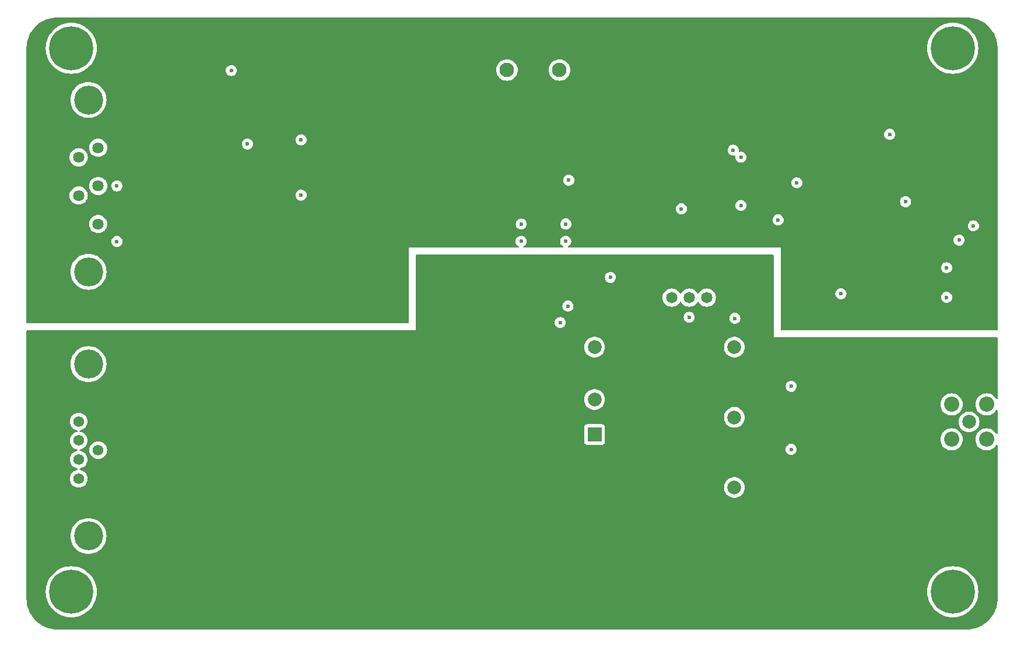
<source format=gbr>
%TF.GenerationSoftware,KiCad,Pcbnew,8.0.6*%
%TF.CreationDate,2025-05-19T10:35:06-04:00*%
%TF.ProjectId,CAEN_NEVIS_DAQ_12V,4341454e-5f4e-4455-9649-535f4441515f,rev?*%
%TF.SameCoordinates,Original*%
%TF.FileFunction,Copper,L2,Inr*%
%TF.FilePolarity,Positive*%
%FSLAX46Y46*%
G04 Gerber Fmt 4.6, Leading zero omitted, Abs format (unit mm)*
G04 Created by KiCad (PCBNEW 8.0.6) date 2025-05-19 10:35:06*
%MOMM*%
%LPD*%
G01*
G04 APERTURE LIST*
%TA.AperFunction,ComponentPad*%
%ADD10C,1.560000*%
%TD*%
%TA.AperFunction,ComponentPad*%
%ADD11C,4.216000*%
%TD*%
%TA.AperFunction,ComponentPad*%
%ADD12C,6.400000*%
%TD*%
%TA.AperFunction,ComponentPad*%
%ADD13C,1.650000*%
%TD*%
%TA.AperFunction,ComponentPad*%
%ADD14C,2.006600*%
%TD*%
%TA.AperFunction,ComponentPad*%
%ADD15C,2.209800*%
%TD*%
%TA.AperFunction,ComponentPad*%
%ADD16R,2.000000X2.000000*%
%TD*%
%TA.AperFunction,ComponentPad*%
%ADD17C,2.000000*%
%TD*%
%TA.AperFunction,ComponentPad*%
%ADD18C,1.635000*%
%TD*%
%TA.AperFunction,ComponentPad*%
%ADD19C,2.100000*%
%TD*%
%TA.AperFunction,ViaPad*%
%ADD20C,0.600000*%
%TD*%
G04 APERTURE END LIST*
D10*
%TO.N,/V_SEC_RTN*%
%TO.C,J1*%
X82920000Y-96870000D03*
X82920000Y-99640000D03*
%TO.N,unconnected-(J1-Pad3)*%
X82920000Y-102410000D03*
%TO.N,/V_SEC_RTN*%
X82920000Y-105180000D03*
X82920000Y-107950000D03*
%TO.N,/V_SEC_IN*%
X80080000Y-98255000D03*
X80080000Y-101025000D03*
X80080000Y-103795000D03*
X80080000Y-106565000D03*
D11*
%TO.N,GNDPWR*%
X81500000Y-89910000D03*
X81500000Y-114910000D03*
%TD*%
D12*
%TO.N,GNDPWR*%
%TO.C,H4*%
X207000000Y-123000000D03*
%TD*%
D13*
%TO.N,Net-(J10-Pad1)*%
%TO.C,J10*%
X166190000Y-80240000D03*
%TO.N,Net-(U1-REMOTE)*%
X168730000Y-80240000D03*
%TO.N,Net-(J10-Pad3)*%
X171270000Y-80240000D03*
%TD*%
D14*
%TO.N,/P12V_OUT_*%
%TO.C,J4*%
X209360000Y-98310000D03*
D15*
%TO.N,/P12V_RTN*%
X211900000Y-95770000D03*
X206820000Y-95770000D03*
X206820000Y-100850000D03*
X211900000Y-100850000D03*
%TD*%
D12*
%TO.N,GNDPWR*%
%TO.C,H3*%
X79000000Y-123000000D03*
%TD*%
D16*
%TO.N,/Main_DCDC_Converter/V_SEC*%
%TO.C,U1*%
X154980000Y-100150000D03*
D17*
%TO.N,Net-(U1--VIN)*%
X154980000Y-95050000D03*
%TO.N,/P12V_OUT*%
X175280000Y-107850000D03*
%TO.N,/Main_DCDC_Converter/TRIM*%
X175280000Y-97650000D03*
%TO.N,/P12V_RTN*%
X175280000Y-87450000D03*
%TO.N,Net-(U1-REMOTE)*%
X154980000Y-87450000D03*
%TD*%
D12*
%TO.N,GNDPWR*%
%TO.C,H1*%
X79000000Y-44000000D03*
%TD*%
%TO.N,GNDPWR*%
%TO.C,H2*%
X207000000Y-44000000D03*
%TD*%
D18*
%TO.N,/TEMP_MON*%
%TO.C,J2*%
X82920000Y-69540000D03*
%TO.N,/V_TELEM_RTN*%
X82920000Y-66770000D03*
%TO.N,/P12V_I_MON*%
X82920000Y-64000000D03*
%TO.N,/V_TELEM_RTN*%
X82920000Y-61230000D03*
%TO.N,/ENABLE-*%
X82920000Y-58460000D03*
%TO.N,/V_TELEM_RTN*%
X80080000Y-68155000D03*
%TO.N,/P12V_V_MON*%
X80080000Y-65385000D03*
%TO.N,/V_TELEM_RTN*%
X80080000Y-62615000D03*
%TO.N,/ENABLE+*%
X80080000Y-59845000D03*
D11*
%TO.N,GNDPWR*%
X81500000Y-51500000D03*
X81500000Y-76500000D03*
%TD*%
D19*
%TO.N,/V_TELEM_IN*%
%TO.C,J3*%
X149890000Y-47150000D03*
%TO.N,/V_TELEM_RTN*%
X146080000Y-47150000D03*
%TO.N,/V_TELEM_IN*%
X142270000Y-47150000D03*
%TD*%
D20*
%TO.N,/Main_DCDC_Converter/V_SEC*%
X149990000Y-83870000D03*
X151120000Y-81490000D03*
%TO.N,/P12V_OUT*%
X183520000Y-102310000D03*
%TO.N,/P12V_RTN*%
X183540000Y-93140000D03*
%TO.N,/V_SEC_RTN*%
X195000000Y-105000000D03*
X125000000Y-105000000D03*
X112500000Y-122500000D03*
X145000000Y-112500000D03*
X197500000Y-102500000D03*
X200000000Y-90000000D03*
X95000000Y-87500000D03*
X135000000Y-120000000D03*
X202500000Y-117500000D03*
X97500000Y-102500000D03*
X102500000Y-120000000D03*
X165000000Y-120000000D03*
X97500000Y-90000000D03*
X137500000Y-115000000D03*
X167500000Y-125000000D03*
X132500000Y-80000000D03*
X180000000Y-75000000D03*
X97500000Y-95000000D03*
X197500000Y-112500000D03*
X95000000Y-115000000D03*
X180000000Y-90000000D03*
X170000000Y-117500000D03*
X100000000Y-102500000D03*
X177500000Y-115000000D03*
X117500000Y-110000000D03*
X197500000Y-107500000D03*
X95000000Y-105000000D03*
X172500000Y-77500000D03*
X142500000Y-115000000D03*
X90000000Y-122500000D03*
X207500000Y-117500000D03*
X135000000Y-80000000D03*
X95000000Y-125000000D03*
X200000000Y-112500000D03*
X112500000Y-110000000D03*
X200000000Y-87500000D03*
X95000000Y-102500000D03*
X87500000Y-97500000D03*
X132500000Y-82500000D03*
X130000000Y-107500000D03*
X135000000Y-117500000D03*
X200000000Y-120000000D03*
X98527500Y-105000000D03*
X160000000Y-122500000D03*
X90000000Y-105000000D03*
X110000000Y-90000000D03*
X182500000Y-87500000D03*
X118830000Y-86880000D03*
X127500000Y-105000000D03*
X105000000Y-125000000D03*
X147500000Y-117500000D03*
X170000000Y-120000000D03*
X155000000Y-122500000D03*
X182500000Y-112500000D03*
X97500000Y-117500000D03*
X87500000Y-102500000D03*
X185000000Y-115000000D03*
X180000000Y-110000000D03*
X202500000Y-110000000D03*
X117500000Y-122500000D03*
X142500000Y-85000000D03*
X87500000Y-112500000D03*
X207500000Y-115000000D03*
X190000000Y-110000000D03*
X180000000Y-80000000D03*
X205000000Y-107500000D03*
X202500000Y-125000000D03*
X120000000Y-112500000D03*
X200000000Y-95000000D03*
X212500000Y-107500000D03*
X192500000Y-115000000D03*
X185000000Y-105000000D03*
X92500000Y-105000000D03*
X185000000Y-90000000D03*
X90000000Y-125000000D03*
X165000000Y-115000000D03*
X107500000Y-87500000D03*
X112500000Y-107500000D03*
X175000000Y-112500000D03*
X197500000Y-125000000D03*
X170000000Y-75000000D03*
X170000000Y-115000000D03*
X175000000Y-117500000D03*
X115000000Y-112500000D03*
X165000000Y-77500000D03*
X95000000Y-110000000D03*
X212500000Y-110000000D03*
X177500000Y-77500000D03*
X120000000Y-107500000D03*
X140000000Y-115000000D03*
X160000000Y-112500000D03*
X195000000Y-92500000D03*
X202500000Y-112500000D03*
X107500000Y-102500000D03*
X210000000Y-105000000D03*
X190000000Y-120000000D03*
X107500000Y-95000000D03*
X147500000Y-110000000D03*
X140000000Y-122500000D03*
X127500000Y-125000000D03*
X115000000Y-122500000D03*
X190000000Y-125000000D03*
X87500000Y-110000000D03*
X210000000Y-110000000D03*
X147500000Y-125000000D03*
X137500000Y-120000000D03*
X112500000Y-125000000D03*
X103950000Y-91210000D03*
X135000000Y-82500000D03*
X112500000Y-112500000D03*
X105000000Y-92500000D03*
X195000000Y-90000000D03*
X195000000Y-102500000D03*
X102500000Y-125000000D03*
X132500000Y-122500000D03*
X90000000Y-90000000D03*
X145000000Y-77500000D03*
X95000000Y-120000000D03*
X145000000Y-120000000D03*
X85000000Y-120000000D03*
X132500000Y-117500000D03*
X105000000Y-112500000D03*
X150000000Y-77500000D03*
X140000000Y-80000000D03*
X92500000Y-117500000D03*
X110000000Y-120000000D03*
X142500000Y-112500000D03*
X180000000Y-92500000D03*
X150000000Y-125000000D03*
X180000000Y-77500000D03*
X107500000Y-122500000D03*
X107500000Y-110000000D03*
X190000000Y-107500000D03*
X137500000Y-122500000D03*
X200000000Y-117500000D03*
X142500000Y-117500000D03*
X192500000Y-95000000D03*
X197500000Y-117500000D03*
X117500000Y-117500000D03*
X155000000Y-115000000D03*
X145000000Y-75000000D03*
X207500000Y-105000000D03*
X150000000Y-75000000D03*
X92500000Y-102500000D03*
X152500000Y-125000000D03*
X152500000Y-120000000D03*
X182500000Y-110000000D03*
X140000000Y-85000000D03*
X115000000Y-115000000D03*
X172500000Y-122500000D03*
X95000000Y-112500000D03*
X145000000Y-85000000D03*
X120000000Y-105000000D03*
X102500000Y-102500000D03*
X100000000Y-90000000D03*
X87500000Y-115000000D03*
X177500000Y-125000000D03*
X103950000Y-89710000D03*
X135000000Y-112500000D03*
X192500000Y-87500000D03*
X172500000Y-115000000D03*
X95000000Y-90000000D03*
X192500000Y-120000000D03*
X102200000Y-88210000D03*
X192500000Y-122500000D03*
X175000000Y-122500000D03*
X195000000Y-125000000D03*
X100027500Y-106500000D03*
X147500000Y-122500000D03*
X190000000Y-115000000D03*
X87500000Y-90000000D03*
X105000000Y-110000000D03*
X147500000Y-82500000D03*
X145000000Y-110000000D03*
X100000000Y-112500000D03*
X115000000Y-105000000D03*
X142500000Y-125000000D03*
X105000000Y-117500000D03*
X122500000Y-107500000D03*
X142500000Y-122500000D03*
X197500000Y-90000000D03*
X122500000Y-110000000D03*
X187500000Y-105000000D03*
X145000000Y-125000000D03*
X162500000Y-75000000D03*
X117500000Y-105000000D03*
X210000000Y-112500000D03*
X205000000Y-105000000D03*
X182500000Y-122500000D03*
X185000000Y-112500000D03*
X95000000Y-117500000D03*
X210000000Y-115000000D03*
X170000000Y-77500000D03*
X147500000Y-112500000D03*
X150000000Y-120000000D03*
X202500000Y-102500000D03*
X165000000Y-117500000D03*
X87500000Y-105000000D03*
X142500000Y-75000000D03*
X117500000Y-125000000D03*
X101527500Y-105000000D03*
X110000000Y-110000000D03*
X147500000Y-120000000D03*
X92500000Y-107500000D03*
X187500000Y-120000000D03*
X212500000Y-105000000D03*
X110000000Y-87500000D03*
X180000000Y-102500000D03*
X170000000Y-122500000D03*
X102500000Y-110000000D03*
X187500000Y-125000000D03*
X92500000Y-92500000D03*
X187500000Y-117500000D03*
X135000000Y-122500000D03*
X105000000Y-95000000D03*
X180000000Y-117500000D03*
X125000000Y-110000000D03*
X100000000Y-120000000D03*
X115000000Y-107500000D03*
X175000000Y-120000000D03*
X90000000Y-92500000D03*
X130000000Y-77500000D03*
X85000000Y-122500000D03*
X202500000Y-92500000D03*
X167500000Y-112500000D03*
X177500000Y-75000000D03*
X182500000Y-117500000D03*
X97500000Y-125000000D03*
X95000000Y-92500000D03*
X112500000Y-115000000D03*
X182500000Y-115000000D03*
X192500000Y-117500000D03*
X140000000Y-112500000D03*
X90000000Y-120000000D03*
X197500000Y-87500000D03*
X130000000Y-87500000D03*
X137500000Y-125000000D03*
X192500000Y-90000000D03*
X192500000Y-107500000D03*
X160000000Y-120000000D03*
X140000000Y-125000000D03*
X160000000Y-80000000D03*
X87500000Y-122500000D03*
X87500000Y-117500000D03*
X92500000Y-97500000D03*
X140000000Y-117500000D03*
X147500000Y-85000000D03*
X192500000Y-105000000D03*
X102200000Y-89710000D03*
X155000000Y-120000000D03*
X202500000Y-120000000D03*
X100000000Y-110000000D03*
X87500000Y-92500000D03*
X167500000Y-75000000D03*
X187500000Y-110000000D03*
X105000000Y-120000000D03*
X127500000Y-110000000D03*
X152500000Y-115000000D03*
X172500000Y-125000000D03*
X132500000Y-110000000D03*
X97500000Y-110000000D03*
X175000000Y-115000000D03*
X100000000Y-125000000D03*
X212500000Y-90000000D03*
X92500000Y-112500000D03*
X92500000Y-100000000D03*
X200000000Y-110000000D03*
X140000000Y-120000000D03*
X97500000Y-87500000D03*
X152500000Y-122500000D03*
X115000000Y-110000000D03*
X177500000Y-117500000D03*
X87500000Y-87500000D03*
X87500000Y-120000000D03*
X122500000Y-125000000D03*
X122500000Y-105000000D03*
X112500000Y-90000000D03*
X167500000Y-77500000D03*
X185000000Y-110000000D03*
X180000000Y-112500000D03*
X125000000Y-112500000D03*
X170000000Y-112500000D03*
X160000000Y-125000000D03*
X157500000Y-117500000D03*
X155000000Y-75000000D03*
X192500000Y-125000000D03*
X175000000Y-75000000D03*
X185000000Y-107500000D03*
X172500000Y-117500000D03*
X160000000Y-75000000D03*
X90000000Y-102500000D03*
X127500000Y-112500000D03*
X210000000Y-107500000D03*
X130000000Y-112500000D03*
X162500000Y-125000000D03*
X157500000Y-75000000D03*
X155000000Y-117500000D03*
X200000000Y-107500000D03*
X100000000Y-117500000D03*
X165000000Y-112500000D03*
X182500000Y-125000000D03*
X122500000Y-112500000D03*
X102500000Y-122500000D03*
X142500000Y-77500000D03*
X137500000Y-117500000D03*
X125000000Y-87500000D03*
X90000000Y-117500000D03*
X205000000Y-112500000D03*
X101527500Y-106500000D03*
X170000000Y-82500000D03*
X140000000Y-77500000D03*
X165000000Y-75000000D03*
X172500000Y-75000000D03*
X110000000Y-95000000D03*
X190000000Y-122500000D03*
X92500000Y-110000000D03*
X152500000Y-75000000D03*
X202500000Y-115000000D03*
X202500000Y-90000000D03*
X92500000Y-125000000D03*
X115000000Y-87500000D03*
X157500000Y-125000000D03*
X159260000Y-82110000D03*
X160000000Y-115000000D03*
X98527500Y-106500000D03*
X167500000Y-122500000D03*
X207500000Y-112500000D03*
X107500000Y-120000000D03*
X180000000Y-120000000D03*
X132500000Y-115000000D03*
X130000000Y-125000000D03*
X127500000Y-107500000D03*
X122500000Y-87500000D03*
X185000000Y-117500000D03*
X100027500Y-105000000D03*
X202500000Y-87500000D03*
X135000000Y-110000000D03*
X190000000Y-90000000D03*
X187500000Y-112500000D03*
X117500000Y-115000000D03*
X180000000Y-115000000D03*
X165000000Y-122500000D03*
X87500000Y-100000000D03*
X155000000Y-112500000D03*
X100000000Y-95000000D03*
X190000000Y-105000000D03*
X145000000Y-117500000D03*
X105000000Y-115000000D03*
X125000000Y-107500000D03*
X192500000Y-112500000D03*
X195000000Y-112500000D03*
X177500000Y-120000000D03*
X197500000Y-105000000D03*
X175000000Y-125000000D03*
X142500000Y-120000000D03*
X92500000Y-87500000D03*
X130000000Y-105000000D03*
X97500000Y-122500000D03*
X172500000Y-112500000D03*
X117500000Y-120000000D03*
X150000000Y-112500000D03*
X212500000Y-117500000D03*
X97500000Y-112500000D03*
X155000000Y-125000000D03*
X132500000Y-120000000D03*
X152500000Y-112500000D03*
X135000000Y-75000000D03*
X195000000Y-115000000D03*
X157500000Y-122500000D03*
X132500000Y-125000000D03*
X100000000Y-87500000D03*
X110000000Y-112500000D03*
X180000000Y-122500000D03*
X95000000Y-107500000D03*
X110000000Y-122500000D03*
X102500000Y-117500000D03*
X190000000Y-87500000D03*
X157500000Y-112500000D03*
X195000000Y-87500000D03*
X110000000Y-117500000D03*
X172500000Y-120000000D03*
X112500000Y-117500000D03*
X115000000Y-120000000D03*
X170000000Y-125000000D03*
X185000000Y-122500000D03*
X102500000Y-112500000D03*
X200000000Y-102500000D03*
X197500000Y-120000000D03*
X145000000Y-80000000D03*
X187500000Y-90000000D03*
X102500000Y-115000000D03*
X172500000Y-82500000D03*
X103950000Y-88210000D03*
X100000000Y-115000000D03*
X140000000Y-110000000D03*
X190000000Y-112500000D03*
X180000000Y-105000000D03*
X87500000Y-107500000D03*
X130000000Y-110000000D03*
X200000000Y-115000000D03*
X97500000Y-120000000D03*
X107500000Y-92500000D03*
X117500000Y-112500000D03*
X137500000Y-110000000D03*
X205000000Y-110000000D03*
X112500000Y-105000000D03*
X200000000Y-125000000D03*
X107500000Y-112500000D03*
X100000000Y-122500000D03*
X117500000Y-107500000D03*
X162500000Y-112500000D03*
X160000000Y-117500000D03*
X135000000Y-115000000D03*
X95000000Y-122500000D03*
X205000000Y-117500000D03*
X195000000Y-107500000D03*
X102500000Y-92500000D03*
X190000000Y-117500000D03*
X212500000Y-112500000D03*
X145000000Y-122500000D03*
X210000000Y-117500000D03*
X175000000Y-77500000D03*
X197500000Y-110000000D03*
X146670000Y-79410000D03*
X127500000Y-87500000D03*
X102200000Y-91210000D03*
X212500000Y-87500000D03*
X97500000Y-92500000D03*
X110000000Y-125000000D03*
X92500000Y-120000000D03*
X187500000Y-115000000D03*
X92500000Y-95000000D03*
X145000000Y-115000000D03*
X202500000Y-107500000D03*
X200000000Y-122500000D03*
X202500000Y-95000000D03*
X90000000Y-107500000D03*
X116930000Y-86880000D03*
X197500000Y-92500000D03*
X162500000Y-117500000D03*
X112500000Y-102500000D03*
X105000000Y-102500000D03*
X207500000Y-110000000D03*
X150000000Y-110000000D03*
X90000000Y-112500000D03*
X137500000Y-82500000D03*
X142500000Y-110000000D03*
X177500000Y-122500000D03*
X162500000Y-77500000D03*
X112500000Y-87500000D03*
X157500000Y-115000000D03*
X212500000Y-115000000D03*
X137500000Y-80000000D03*
X205000000Y-115000000D03*
X137500000Y-112500000D03*
X130000000Y-82500000D03*
X132500000Y-112500000D03*
X92500000Y-90000000D03*
X212500000Y-92500000D03*
X130000000Y-75000000D03*
X180000000Y-82500000D03*
X107500000Y-125000000D03*
X90000000Y-95000000D03*
X90000000Y-115000000D03*
X112500000Y-92500000D03*
X195000000Y-120000000D03*
X182500000Y-120000000D03*
X150000000Y-115000000D03*
X162500000Y-120000000D03*
X185000000Y-120000000D03*
X135000000Y-125000000D03*
X202500000Y-122500000D03*
X107500000Y-117500000D03*
X97500000Y-115000000D03*
X197500000Y-115000000D03*
X130000000Y-80000000D03*
X115000000Y-125000000D03*
X100000000Y-92500000D03*
X120000000Y-110000000D03*
X142500000Y-80000000D03*
X115000000Y-117500000D03*
X162500000Y-122500000D03*
X125000000Y-125000000D03*
X90000000Y-87500000D03*
X120000000Y-125000000D03*
X207500000Y-107500000D03*
X187500000Y-87500000D03*
X180000000Y-125000000D03*
X145000000Y-82500000D03*
X110000000Y-115000000D03*
X180000000Y-100000000D03*
X167500000Y-120000000D03*
X132500000Y-75000000D03*
X192500000Y-102500000D03*
X165000000Y-125000000D03*
X140000000Y-82500000D03*
X195000000Y-110000000D03*
X92500000Y-122500000D03*
X92500000Y-115000000D03*
X90000000Y-100000000D03*
X112500000Y-120000000D03*
X137500000Y-75000000D03*
X150000000Y-122500000D03*
X187500000Y-122500000D03*
X187500000Y-107500000D03*
X135000000Y-77500000D03*
X90000000Y-110000000D03*
X162500000Y-115000000D03*
X185000000Y-87500000D03*
X197500000Y-122500000D03*
X107500000Y-115000000D03*
X195000000Y-117500000D03*
X137500000Y-77500000D03*
X102500000Y-95000000D03*
X105000000Y-122500000D03*
X178380000Y-80220000D03*
X167500000Y-117500000D03*
X167500000Y-115000000D03*
X87500000Y-125000000D03*
X185000000Y-125000000D03*
X202500000Y-105000000D03*
X140000000Y-75000000D03*
X150000000Y-117500000D03*
X147500000Y-115000000D03*
X157500000Y-120000000D03*
X177500000Y-112500000D03*
X132500000Y-77500000D03*
X200000000Y-105000000D03*
X85000000Y-125000000D03*
X152500000Y-117500000D03*
X142500000Y-82500000D03*
X192500000Y-110000000D03*
X95000000Y-95000000D03*
X195000000Y-122500000D03*
%TO.N,GNDPWR*%
X175355000Y-83250000D03*
%TO.N,/V_TELEM_RTN*%
X116930000Y-82030000D03*
X115000000Y-77500000D03*
X160000000Y-65000000D03*
X145000000Y-52500000D03*
X180000000Y-52500000D03*
X87500000Y-52500000D03*
X95000000Y-82500000D03*
X92500000Y-80000000D03*
X87500000Y-45000000D03*
X212500000Y-82500000D03*
X202500000Y-50000000D03*
X137500000Y-55000000D03*
X192500000Y-50000000D03*
X175000000Y-50000000D03*
X90000000Y-42500000D03*
X155000000Y-45000000D03*
X157500000Y-55000000D03*
X112500000Y-42500000D03*
X132500000Y-47500000D03*
X105000000Y-62500000D03*
X190000000Y-50000000D03*
X187500000Y-50000000D03*
X125000000Y-45000000D03*
X207500000Y-52500000D03*
X130000000Y-60000000D03*
X120000000Y-52500000D03*
X122500000Y-75000000D03*
X95000000Y-75000000D03*
X180000000Y-55000000D03*
X110000000Y-67500000D03*
X202500000Y-42500000D03*
X162500000Y-47500000D03*
X212500000Y-47500000D03*
X202471400Y-55012500D03*
X137500000Y-62500000D03*
X185000000Y-50000000D03*
X137500000Y-65000000D03*
X167500000Y-47500000D03*
X100000000Y-50000000D03*
X135000000Y-47500000D03*
X105000000Y-82500000D03*
X207500000Y-60000000D03*
X200000000Y-77500000D03*
X147500000Y-52500000D03*
X155000000Y-47500000D03*
X165906200Y-63115000D03*
X122500000Y-82500000D03*
X195000000Y-52500000D03*
X118840000Y-82040000D03*
X100000000Y-67500000D03*
X167500000Y-42500000D03*
X125000000Y-52500000D03*
X157500000Y-52500000D03*
X117500000Y-65000000D03*
X212500000Y-67500000D03*
X175000000Y-52500000D03*
X210000000Y-65000000D03*
X120000000Y-67500000D03*
X205000000Y-50000000D03*
X197500000Y-42500000D03*
X160000000Y-42500000D03*
X197500000Y-47500000D03*
X100000000Y-62500000D03*
X127500000Y-55000000D03*
X97500000Y-75000000D03*
X140000000Y-67500000D03*
X205000000Y-65000000D03*
X102500000Y-77500000D03*
X166926200Y-55545000D03*
X90000000Y-75000000D03*
X87500000Y-67500000D03*
X117500000Y-50000000D03*
X90000000Y-80000000D03*
X200420000Y-81240000D03*
X191450000Y-75370000D03*
X212500000Y-77500000D03*
X137500000Y-50000000D03*
X95000000Y-67500000D03*
X160000000Y-60000000D03*
X200000000Y-75000000D03*
X187500000Y-60000000D03*
X170000000Y-45000000D03*
X197500000Y-77500000D03*
X80000000Y-82500000D03*
X115000000Y-65000000D03*
X162500000Y-42500000D03*
X210000000Y-62500000D03*
X205000000Y-67500000D03*
X192500000Y-47500000D03*
X187500000Y-62500000D03*
X117500000Y-80000000D03*
X110000000Y-75000000D03*
X190000000Y-52500000D03*
X205000000Y-55000000D03*
X192500000Y-72500000D03*
X155000000Y-62500000D03*
X110000000Y-45000000D03*
X178210000Y-58800000D03*
X155000000Y-52500000D03*
X102500000Y-82500000D03*
X182500000Y-42500000D03*
X182500000Y-45000000D03*
X177500000Y-47500000D03*
X97500000Y-60000000D03*
X157500000Y-60000000D03*
X122500000Y-55000000D03*
X207500000Y-57500000D03*
X127500000Y-45000000D03*
X210000000Y-52500000D03*
X190000000Y-57500000D03*
X212500000Y-65000000D03*
X135000000Y-45000000D03*
X120000000Y-45000000D03*
X145000000Y-55000000D03*
X205000000Y-60000000D03*
X135000000Y-50000000D03*
X112500000Y-50000000D03*
X120000000Y-50000000D03*
X135000000Y-67500000D03*
X95000000Y-57500000D03*
X162500000Y-62500000D03*
X167500000Y-45000000D03*
X182500000Y-52500000D03*
X120000000Y-47500000D03*
X197500000Y-50000000D03*
X97500000Y-47500000D03*
X115000000Y-45000000D03*
X200000000Y-42500000D03*
X185000000Y-60000000D03*
X210000000Y-67500000D03*
X190000000Y-47500000D03*
X125000000Y-55000000D03*
X165000000Y-47500000D03*
X112500000Y-77500000D03*
X165000000Y-45000000D03*
X95000000Y-55000000D03*
X110000000Y-82500000D03*
X172500000Y-50000000D03*
X190000000Y-72500000D03*
X182500000Y-50000000D03*
X187500000Y-65000000D03*
X92500000Y-67500000D03*
X85000000Y-42500000D03*
X95000000Y-52500000D03*
X85000000Y-82500000D03*
X160000000Y-62500000D03*
X90000000Y-55000000D03*
X102500000Y-80000000D03*
X175000000Y-45000000D03*
X142500000Y-52500000D03*
X112500000Y-45000000D03*
X207500000Y-65000000D03*
X100000000Y-60000000D03*
X152500000Y-55000000D03*
X130000000Y-45000000D03*
X175000000Y-42500000D03*
X105000000Y-45000000D03*
X97500000Y-50000000D03*
X97500000Y-77500000D03*
X140000000Y-52500000D03*
X212500000Y-72500000D03*
X107500000Y-75000000D03*
X182500000Y-57500000D03*
X82500000Y-82500000D03*
X135000000Y-42500000D03*
X181490000Y-66370000D03*
X115000000Y-75000000D03*
X180000000Y-47500000D03*
X125000000Y-47500000D03*
X100000000Y-42500000D03*
X87500000Y-50000000D03*
X120000000Y-55000000D03*
X115000000Y-50000000D03*
X130000000Y-67500000D03*
X92500000Y-47500000D03*
X165000000Y-50000000D03*
X125000000Y-77500000D03*
X100000000Y-52500000D03*
X192500000Y-77500000D03*
X200000000Y-45000000D03*
X190000000Y-55000000D03*
X160000000Y-55000000D03*
X190750000Y-82800000D03*
X195000000Y-45000000D03*
X132500000Y-62500000D03*
X95000000Y-62500000D03*
X205000000Y-57500000D03*
X100000000Y-45000000D03*
X87500000Y-80000000D03*
X212500000Y-75000000D03*
X165000000Y-42500000D03*
X157500000Y-67500000D03*
X157500000Y-65000000D03*
X180000000Y-45000000D03*
X130000000Y-42500000D03*
X202500000Y-47500000D03*
X185000000Y-47500000D03*
X112500000Y-75000000D03*
X97500000Y-82500000D03*
X155000000Y-50000000D03*
X195000000Y-42500000D03*
X102500000Y-45000000D03*
X130000000Y-50000000D03*
X122500000Y-67500000D03*
X97500000Y-55000000D03*
X205000000Y-52500000D03*
X212500000Y-45000000D03*
X182500000Y-55000000D03*
X92500000Y-52500000D03*
X142500000Y-65000000D03*
X117500000Y-67500000D03*
X202500000Y-57500000D03*
X185000000Y-45000000D03*
X170000000Y-47500000D03*
X75000000Y-82500000D03*
X172500000Y-52500000D03*
X117500000Y-60000000D03*
X110000000Y-62500000D03*
X135000000Y-52500000D03*
X195000000Y-72500000D03*
X90000000Y-45000000D03*
X117500000Y-75000000D03*
X100000000Y-75000000D03*
X92500000Y-42500000D03*
X160000000Y-52500000D03*
X122500000Y-65000000D03*
X187500000Y-45000000D03*
X111068500Y-55000000D03*
X140000000Y-62500000D03*
X122500000Y-45000000D03*
X127500000Y-65000000D03*
X122500000Y-42500000D03*
X207500000Y-62500000D03*
X155000000Y-42500000D03*
X167500000Y-52500000D03*
X212500000Y-52500000D03*
X197500000Y-75000000D03*
X100000000Y-80000000D03*
X177500000Y-45000000D03*
X125000000Y-80000000D03*
X97500000Y-67500000D03*
X157500000Y-47500000D03*
X100000000Y-77500000D03*
X112500000Y-67500000D03*
X110000000Y-80000000D03*
X177500000Y-55000000D03*
X197500000Y-45000000D03*
X107500000Y-62500000D03*
X102500000Y-67500000D03*
X87500000Y-47500000D03*
X210000000Y-50000000D03*
X170000000Y-52500000D03*
X117500000Y-47500000D03*
X187500000Y-55000000D03*
X132500000Y-65000000D03*
X170000000Y-50000000D03*
X165000000Y-52500000D03*
X195000000Y-47500000D03*
X100000000Y-82500000D03*
X77500000Y-82500000D03*
X122500000Y-60000000D03*
X110000000Y-77500000D03*
X92500000Y-55000000D03*
X100000000Y-47500000D03*
X115000000Y-42500000D03*
X210000000Y-55000000D03*
X127500000Y-52500000D03*
X95000000Y-50000000D03*
X212500000Y-57500000D03*
X167500000Y-50000000D03*
X125000000Y-75000000D03*
X172500000Y-45000000D03*
X135000000Y-55000000D03*
X135000000Y-65000000D03*
X132500000Y-52500000D03*
X95000000Y-42500000D03*
X107500000Y-82500000D03*
X95000000Y-45000000D03*
X87500000Y-55000000D03*
X193731400Y-67562500D03*
X192500000Y-45000000D03*
X117500000Y-45000000D03*
X122500000Y-80000000D03*
X125000000Y-67500000D03*
X127500000Y-50000000D03*
X155000000Y-55000000D03*
X155000000Y-65000000D03*
X115000000Y-47500000D03*
X212500000Y-55000000D03*
X170000000Y-55000000D03*
X144620000Y-62840000D03*
X107500000Y-80000000D03*
X115000000Y-55000000D03*
X160000000Y-47500000D03*
X212500000Y-60000000D03*
X105000000Y-67500000D03*
X105000000Y-77500000D03*
X117500000Y-55000000D03*
X162500000Y-50000000D03*
X212500000Y-50000000D03*
X109220000Y-59540000D03*
X102500000Y-42500000D03*
X125000000Y-82500000D03*
X87500000Y-75000000D03*
X207500000Y-67500000D03*
X107500000Y-67500000D03*
X122500000Y-47500000D03*
X95000000Y-80000000D03*
X162500000Y-52500000D03*
X185000000Y-57500000D03*
X212500000Y-70000000D03*
X200000000Y-50000000D03*
X115000000Y-82500000D03*
X137500000Y-52500000D03*
X125000000Y-50000000D03*
X97500000Y-42500000D03*
X172500000Y-42500000D03*
X192500000Y-55000000D03*
X115000000Y-60000000D03*
X120000000Y-75000000D03*
X152500000Y-62500000D03*
X102500000Y-75000000D03*
X195000000Y-75000000D03*
X187500000Y-70000000D03*
X92500000Y-50000000D03*
X202500000Y-65000000D03*
X177500000Y-50000000D03*
X95000000Y-77500000D03*
X180000000Y-42500000D03*
X90000000Y-52500000D03*
X175000000Y-55000000D03*
X192500000Y-52500000D03*
X157500000Y-45000000D03*
X125000000Y-65000000D03*
X90000000Y-82500000D03*
X117500000Y-42500000D03*
X130000000Y-55000000D03*
X115000000Y-80000000D03*
X132500000Y-45000000D03*
X170000000Y-42500000D03*
X192500000Y-57500000D03*
X92500000Y-77500000D03*
X212500000Y-80000000D03*
X125000000Y-42500000D03*
X192500000Y-42500000D03*
X187500000Y-42500000D03*
X187500000Y-47500000D03*
X190671400Y-59752500D03*
X127500000Y-42500000D03*
X90000000Y-77500000D03*
X105000000Y-80000000D03*
X97500000Y-80000000D03*
X162500000Y-55000000D03*
X187500000Y-52500000D03*
X157500000Y-42500000D03*
X132500000Y-42500000D03*
X95000000Y-60000000D03*
X132500000Y-55000000D03*
X90550000Y-56500000D03*
X162500000Y-45000000D03*
X150000000Y-55000000D03*
X162500000Y-65000000D03*
X155000000Y-60000000D03*
X163210000Y-67340000D03*
X190000000Y-45000000D03*
X200000000Y-72500000D03*
X190000000Y-42500000D03*
X102500000Y-62500000D03*
X190000000Y-65000000D03*
X107500000Y-45000000D03*
X130000000Y-52500000D03*
X212500000Y-62500000D03*
X120000000Y-42500000D03*
X195000000Y-77500000D03*
X185000000Y-52500000D03*
X172500000Y-47500000D03*
X177500000Y-52500000D03*
X157500000Y-62500000D03*
X97500000Y-62500000D03*
X207500000Y-55000000D03*
X127500000Y-67500000D03*
X195000000Y-55000000D03*
X180000000Y-57500000D03*
X177500000Y-42500000D03*
X137500000Y-42500000D03*
X120000000Y-60000000D03*
X130000000Y-65000000D03*
X137500000Y-45000000D03*
X185000000Y-55000000D03*
X157500000Y-50000000D03*
X85000000Y-45000000D03*
X155000000Y-67500000D03*
X142500000Y-55000000D03*
X182500000Y-60000000D03*
X202500000Y-67500000D03*
X92500000Y-82500000D03*
X187500000Y-57500000D03*
X97500000Y-52500000D03*
X132500000Y-67500000D03*
X160000000Y-45000000D03*
X122500000Y-52500000D03*
X210000000Y-57500000D03*
X175510000Y-69570000D03*
X105000000Y-75000000D03*
X152500000Y-52500000D03*
X207500000Y-50000000D03*
X210000000Y-60000000D03*
X150000000Y-52500000D03*
X160000000Y-50000000D03*
X97500000Y-45000000D03*
X92500000Y-75000000D03*
X107500000Y-77500000D03*
X190000000Y-70000000D03*
X107500000Y-42500000D03*
X200000000Y-47500000D03*
X140000000Y-65000000D03*
X115000000Y-52500000D03*
X132500000Y-50000000D03*
X202500000Y-62500000D03*
X172500000Y-55000000D03*
X137500000Y-67500000D03*
X130000000Y-47500000D03*
X202500000Y-60000000D03*
X197500000Y-72500000D03*
X195000000Y-50000000D03*
X105000000Y-42500000D03*
X90000000Y-50000000D03*
X117500000Y-77500000D03*
X92500000Y-45000000D03*
X120000000Y-80000000D03*
X185000000Y-42500000D03*
X127500000Y-47500000D03*
X140000000Y-55000000D03*
X180000000Y-50000000D03*
X112500000Y-82500000D03*
X120000000Y-77500000D03*
X137500000Y-47500000D03*
X108598500Y-46660000D03*
X112500000Y-47500000D03*
X182500000Y-47500000D03*
X195000000Y-57500000D03*
X90000000Y-47500000D03*
X100000000Y-55000000D03*
X122500000Y-77500000D03*
X87500000Y-77500000D03*
X120000000Y-65000000D03*
X202500000Y-45000000D03*
X147500000Y-55000000D03*
X115000000Y-67500000D03*
X127500000Y-60000000D03*
X85000000Y-47500000D03*
X135000000Y-62500000D03*
X205000000Y-62500000D03*
X87500000Y-42500000D03*
X112500000Y-80000000D03*
X90000000Y-67500000D03*
X100000000Y-57500000D03*
X87500000Y-82500000D03*
X175000000Y-47500000D03*
X95000000Y-47500000D03*
X117500000Y-52500000D03*
X160000000Y-67500000D03*
X122500000Y-50000000D03*
X125000000Y-60000000D03*
X97500000Y-57500000D03*
X152500000Y-60000000D03*
X110000000Y-42500000D03*
%TO.N,/V_TELEM_IN*%
X151230000Y-63170000D03*
X207910000Y-71880000D03*
X102248500Y-47230000D03*
X200141400Y-66290000D03*
X181640000Y-68960000D03*
%TO.N,/Enable_Block/3p3V*%
X104588500Y-57910000D03*
%TO.N,/Telemetry_Schematic/3p3V*%
X197830000Y-56502500D03*
X190750000Y-79680000D03*
X175120000Y-58810000D03*
%TO.N,Net-(U6B-B_OUT)*%
X176230000Y-59830000D03*
X176230000Y-66850000D03*
%TO.N,/P12V_OUT_*%
X210000000Y-69810000D03*
X167590000Y-67330000D03*
%TO.N,Net-(J10-Pad1)*%
X157290000Y-77300000D03*
%TO.N,Net-(U1-REMOTE)*%
X168720000Y-83110000D03*
%TO.N,/P12V_I_MON*%
X150790000Y-72060000D03*
X85630000Y-64000000D03*
X144320000Y-72060000D03*
X85630000Y-72070000D03*
%TO.N,/P12V_V_MON*%
X112370000Y-65340000D03*
X112370000Y-57300000D03*
%TO.N,/Telemetry_Schematic/TEMP*%
X184354579Y-63542511D03*
%TO.N,/TEMP_MON*%
X150820000Y-69550000D03*
X144340000Y-69560000D03*
%TO.N,Net-(LED1-Pad2)*%
X206100000Y-75910000D03*
%TO.N,Net-(LED1-Pad1)*%
X206100000Y-80200000D03*
%TD*%
%TA.AperFunction,Conductor*%
%TO.N,/V_TELEM_RTN*%
G36*
X209002702Y-39500617D02*
G01*
X209386771Y-39517386D01*
X209397506Y-39518326D01*
X209775971Y-39568152D01*
X209786597Y-39570025D01*
X210159284Y-39652648D01*
X210169710Y-39655442D01*
X210533765Y-39770227D01*
X210543911Y-39773920D01*
X210896578Y-39920000D01*
X210906369Y-39924566D01*
X211244942Y-40100816D01*
X211254309Y-40106223D01*
X211549722Y-40294422D01*
X211576244Y-40311318D01*
X211585105Y-40317523D01*
X211887930Y-40549889D01*
X211896217Y-40556843D01*
X212177635Y-40814715D01*
X212185284Y-40822364D01*
X212443156Y-41103782D01*
X212450110Y-41112069D01*
X212682476Y-41414894D01*
X212688681Y-41423755D01*
X212893775Y-41745689D01*
X212899183Y-41755057D01*
X213075430Y-42093623D01*
X213080002Y-42103427D01*
X213226075Y-42456078D01*
X213229775Y-42466244D01*
X213344554Y-42830278D01*
X213347354Y-42840727D01*
X213429971Y-43213389D01*
X213431849Y-43224042D01*
X213481671Y-43602473D01*
X213482614Y-43613249D01*
X213499382Y-43997297D01*
X213499500Y-44002706D01*
X213499500Y-84876000D01*
X213479815Y-84943039D01*
X213427011Y-84988794D01*
X213375500Y-85000000D01*
X182124000Y-85000000D01*
X182056961Y-84980315D01*
X182011206Y-84927511D01*
X182000000Y-84876000D01*
X182000000Y-79679996D01*
X189944435Y-79679996D01*
X189944435Y-79680003D01*
X189964630Y-79859249D01*
X189964631Y-79859254D01*
X190024211Y-80029523D01*
X190120184Y-80182262D01*
X190247738Y-80309816D01*
X190400478Y-80405789D01*
X190570745Y-80465368D01*
X190570750Y-80465369D01*
X190749996Y-80485565D01*
X190750000Y-80485565D01*
X190750004Y-80485565D01*
X190929249Y-80465369D01*
X190929252Y-80465368D01*
X190929255Y-80465368D01*
X191099522Y-80405789D01*
X191252262Y-80309816D01*
X191362082Y-80199996D01*
X205294435Y-80199996D01*
X205294435Y-80200003D01*
X205314630Y-80379249D01*
X205314631Y-80379254D01*
X205374211Y-80549523D01*
X205470184Y-80702262D01*
X205597738Y-80829816D01*
X205750478Y-80925789D01*
X205920745Y-80985368D01*
X205920750Y-80985369D01*
X206099996Y-81005565D01*
X206100000Y-81005565D01*
X206100004Y-81005565D01*
X206279249Y-80985369D01*
X206279252Y-80985368D01*
X206279255Y-80985368D01*
X206449522Y-80925789D01*
X206602262Y-80829816D01*
X206729816Y-80702262D01*
X206825789Y-80549522D01*
X206885368Y-80379255D01*
X206893192Y-80309815D01*
X206905565Y-80200003D01*
X206905565Y-80199996D01*
X206885369Y-80020750D01*
X206885368Y-80020745D01*
X206825788Y-79850476D01*
X206729815Y-79697737D01*
X206602262Y-79570184D01*
X206449523Y-79474211D01*
X206279254Y-79414631D01*
X206279249Y-79414630D01*
X206100004Y-79394435D01*
X206099996Y-79394435D01*
X205920750Y-79414630D01*
X205920745Y-79414631D01*
X205750476Y-79474211D01*
X205597737Y-79570184D01*
X205470184Y-79697737D01*
X205374211Y-79850476D01*
X205314631Y-80020745D01*
X205314630Y-80020750D01*
X205294435Y-80199996D01*
X191362082Y-80199996D01*
X191379816Y-80182262D01*
X191475789Y-80029522D01*
X191535368Y-79859255D01*
X191536357Y-79850476D01*
X191555565Y-79680003D01*
X191555565Y-79679996D01*
X191535369Y-79500750D01*
X191535368Y-79500745D01*
X191505235Y-79414630D01*
X191475789Y-79330478D01*
X191379816Y-79177738D01*
X191252262Y-79050184D01*
X191231802Y-79037328D01*
X191099523Y-78954211D01*
X190929254Y-78894631D01*
X190929249Y-78894630D01*
X190750004Y-78874435D01*
X190749996Y-78874435D01*
X190570750Y-78894630D01*
X190570745Y-78894631D01*
X190400476Y-78954211D01*
X190247737Y-79050184D01*
X190120184Y-79177737D01*
X190024211Y-79330476D01*
X189964631Y-79500745D01*
X189964630Y-79500750D01*
X189944435Y-79679996D01*
X182000000Y-79679996D01*
X182000000Y-75909996D01*
X205294435Y-75909996D01*
X205294435Y-75910003D01*
X205314630Y-76089249D01*
X205314631Y-76089254D01*
X205374211Y-76259523D01*
X205470184Y-76412262D01*
X205597738Y-76539816D01*
X205750478Y-76635789D01*
X205920745Y-76695368D01*
X205920750Y-76695369D01*
X206099996Y-76715565D01*
X206100000Y-76715565D01*
X206100004Y-76715565D01*
X206279249Y-76695369D01*
X206279252Y-76695368D01*
X206279255Y-76695368D01*
X206449522Y-76635789D01*
X206602262Y-76539816D01*
X206729816Y-76412262D01*
X206825789Y-76259522D01*
X206885368Y-76089255D01*
X206905565Y-75910000D01*
X206885368Y-75730745D01*
X206825789Y-75560478D01*
X206729816Y-75407738D01*
X206602262Y-75280184D01*
X206449523Y-75184211D01*
X206279254Y-75124631D01*
X206279249Y-75124630D01*
X206100004Y-75104435D01*
X206099996Y-75104435D01*
X205920750Y-75124630D01*
X205920745Y-75124631D01*
X205750476Y-75184211D01*
X205597737Y-75280184D01*
X205470184Y-75407737D01*
X205374211Y-75560476D01*
X205314631Y-75730745D01*
X205314630Y-75730750D01*
X205294435Y-75909996D01*
X182000000Y-75909996D01*
X182000000Y-73000000D01*
X151229021Y-73000000D01*
X151161982Y-72980315D01*
X151116227Y-72927511D01*
X151106283Y-72858353D01*
X151135308Y-72794797D01*
X151163049Y-72771006D01*
X151164181Y-72770294D01*
X151292262Y-72689816D01*
X151419816Y-72562262D01*
X151515789Y-72409522D01*
X151575368Y-72239255D01*
X151594438Y-72070003D01*
X151595565Y-72060003D01*
X151595565Y-72059996D01*
X151575369Y-71880750D01*
X151575368Y-71880745D01*
X151575106Y-71879996D01*
X207104435Y-71879996D01*
X207104435Y-71880003D01*
X207124630Y-72059249D01*
X207124631Y-72059254D01*
X207184211Y-72229523D01*
X207196606Y-72249249D01*
X207280184Y-72382262D01*
X207407738Y-72509816D01*
X207560478Y-72605789D01*
X207730745Y-72665368D01*
X207730750Y-72665369D01*
X207909996Y-72685565D01*
X207910000Y-72685565D01*
X207910004Y-72685565D01*
X208089249Y-72665369D01*
X208089252Y-72665368D01*
X208089255Y-72665368D01*
X208259522Y-72605789D01*
X208412262Y-72509816D01*
X208539816Y-72382262D01*
X208635789Y-72229522D01*
X208695368Y-72059255D01*
X208714354Y-71890750D01*
X208715565Y-71880003D01*
X208715565Y-71879996D01*
X208695369Y-71700750D01*
X208695368Y-71700745D01*
X208648826Y-71567737D01*
X208635789Y-71530478D01*
X208539816Y-71377738D01*
X208412262Y-71250184D01*
X208259523Y-71154211D01*
X208089254Y-71094631D01*
X208089249Y-71094630D01*
X207910004Y-71074435D01*
X207909996Y-71074435D01*
X207730750Y-71094630D01*
X207730745Y-71094631D01*
X207560476Y-71154211D01*
X207407737Y-71250184D01*
X207280184Y-71377737D01*
X207184211Y-71530476D01*
X207124631Y-71700745D01*
X207124630Y-71700750D01*
X207104435Y-71879996D01*
X151575106Y-71879996D01*
X151515788Y-71710476D01*
X151426099Y-71567738D01*
X151419816Y-71557738D01*
X151292262Y-71430184D01*
X151208795Y-71377738D01*
X151139523Y-71334211D01*
X150969254Y-71274631D01*
X150969249Y-71274630D01*
X150790004Y-71254435D01*
X150789996Y-71254435D01*
X150610750Y-71274630D01*
X150610745Y-71274631D01*
X150440476Y-71334211D01*
X150287737Y-71430184D01*
X150160184Y-71557737D01*
X150064211Y-71710476D01*
X150004631Y-71880745D01*
X150004630Y-71880750D01*
X149984435Y-72059996D01*
X149984435Y-72060003D01*
X150004630Y-72239249D01*
X150004631Y-72239254D01*
X150064211Y-72409523D01*
X150127229Y-72509815D01*
X150160184Y-72562262D01*
X150287738Y-72689816D01*
X150303653Y-72699816D01*
X150416951Y-72771006D01*
X150463242Y-72823341D01*
X150473890Y-72892394D01*
X150445515Y-72956243D01*
X150387125Y-72994615D01*
X150350979Y-73000000D01*
X144759021Y-73000000D01*
X144691982Y-72980315D01*
X144646227Y-72927511D01*
X144636283Y-72858353D01*
X144665308Y-72794797D01*
X144693049Y-72771006D01*
X144694181Y-72770294D01*
X144822262Y-72689816D01*
X144949816Y-72562262D01*
X145045789Y-72409522D01*
X145105368Y-72239255D01*
X145124438Y-72070003D01*
X145125565Y-72060003D01*
X145125565Y-72059996D01*
X145105369Y-71880750D01*
X145105368Y-71880745D01*
X145045788Y-71710476D01*
X144956099Y-71567738D01*
X144949816Y-71557738D01*
X144822262Y-71430184D01*
X144738795Y-71377738D01*
X144669523Y-71334211D01*
X144499254Y-71274631D01*
X144499249Y-71274630D01*
X144320004Y-71254435D01*
X144319996Y-71254435D01*
X144140750Y-71274630D01*
X144140745Y-71274631D01*
X143970476Y-71334211D01*
X143817737Y-71430184D01*
X143690184Y-71557737D01*
X143594211Y-71710476D01*
X143534631Y-71880745D01*
X143534630Y-71880750D01*
X143514435Y-72059996D01*
X143514435Y-72060003D01*
X143534630Y-72239249D01*
X143534631Y-72239254D01*
X143594211Y-72409523D01*
X143657229Y-72509815D01*
X143690184Y-72562262D01*
X143817738Y-72689816D01*
X143833653Y-72699816D01*
X143946951Y-72771006D01*
X143993242Y-72823341D01*
X144003890Y-72892394D01*
X143975515Y-72956243D01*
X143917125Y-72994615D01*
X143880979Y-73000000D01*
X128000000Y-73000000D01*
X128000000Y-83876000D01*
X127980315Y-83943039D01*
X127927511Y-83988794D01*
X127876000Y-84000000D01*
X72624500Y-84000000D01*
X72557461Y-83980315D01*
X72511706Y-83927511D01*
X72500500Y-83876000D01*
X72500500Y-76500000D01*
X78886732Y-76500000D01*
X78905785Y-76814989D01*
X78905785Y-76814994D01*
X78905786Y-76814995D01*
X78962669Y-77125396D01*
X78962670Y-77125400D01*
X78962671Y-77125404D01*
X79056545Y-77426659D01*
X79056549Y-77426670D01*
X79056550Y-77426673D01*
X79056552Y-77426678D01*
X79186066Y-77714446D01*
X79349326Y-77984510D01*
X79543943Y-78232920D01*
X79767079Y-78456056D01*
X80015489Y-78650673D01*
X80015492Y-78650675D01*
X80015495Y-78650677D01*
X80285554Y-78813934D01*
X80573322Y-78943448D01*
X80573332Y-78943451D01*
X80573340Y-78943454D01*
X80774176Y-79006036D01*
X80874604Y-79037331D01*
X81185005Y-79094214D01*
X81500000Y-79113268D01*
X81814995Y-79094214D01*
X82125396Y-79037331D01*
X82426678Y-78943448D01*
X82714446Y-78813934D01*
X82984505Y-78650677D01*
X83232917Y-78456059D01*
X83456059Y-78232917D01*
X83650677Y-77984505D01*
X83813934Y-77714446D01*
X83943448Y-77426678D01*
X84037331Y-77125396D01*
X84094214Y-76814995D01*
X84113268Y-76500000D01*
X84094214Y-76185005D01*
X84037331Y-75874604D01*
X83943448Y-75573322D01*
X83813934Y-75285554D01*
X83650677Y-75015495D01*
X83650675Y-75015492D01*
X83650673Y-75015489D01*
X83456056Y-74767079D01*
X83232920Y-74543943D01*
X82984510Y-74349326D01*
X82714446Y-74186066D01*
X82576541Y-74124000D01*
X82426678Y-74056552D01*
X82426673Y-74056550D01*
X82426670Y-74056549D01*
X82426659Y-74056545D01*
X82125404Y-73962671D01*
X82125400Y-73962670D01*
X82125396Y-73962669D01*
X81814995Y-73905786D01*
X81814994Y-73905785D01*
X81814989Y-73905785D01*
X81500000Y-73886732D01*
X81185010Y-73905785D01*
X81185005Y-73905786D01*
X80874604Y-73962669D01*
X80874601Y-73962669D01*
X80874595Y-73962671D01*
X80573340Y-74056545D01*
X80573329Y-74056549D01*
X80285553Y-74186066D01*
X80015489Y-74349326D01*
X79767079Y-74543943D01*
X79543943Y-74767079D01*
X79349326Y-75015489D01*
X79186066Y-75285553D01*
X79056549Y-75573329D01*
X79056545Y-75573340D01*
X78962671Y-75874595D01*
X78962669Y-75874601D01*
X78962669Y-75874604D01*
X78956182Y-75910003D01*
X78905785Y-76185010D01*
X78886732Y-76500000D01*
X72500500Y-76500000D01*
X72500500Y-72069996D01*
X84824435Y-72069996D01*
X84824435Y-72070003D01*
X84844630Y-72249249D01*
X84844631Y-72249254D01*
X84904211Y-72419523D01*
X84993901Y-72562262D01*
X85000184Y-72572262D01*
X85127738Y-72699816D01*
X85280478Y-72795789D01*
X85422167Y-72845368D01*
X85450745Y-72855368D01*
X85450750Y-72855369D01*
X85629996Y-72875565D01*
X85630000Y-72875565D01*
X85630004Y-72875565D01*
X85809249Y-72855369D01*
X85809252Y-72855368D01*
X85809255Y-72855368D01*
X85979522Y-72795789D01*
X86132262Y-72699816D01*
X86259816Y-72572262D01*
X86355789Y-72419522D01*
X86415368Y-72249255D01*
X86416495Y-72239254D01*
X86435565Y-72070003D01*
X86435565Y-72069996D01*
X86415369Y-71890750D01*
X86415368Y-71890745D01*
X86355788Y-71720476D01*
X86259815Y-71567737D01*
X86132262Y-71440184D01*
X85979523Y-71344211D01*
X85809254Y-71284631D01*
X85809249Y-71284630D01*
X85630004Y-71264435D01*
X85629996Y-71264435D01*
X85450750Y-71284630D01*
X85450745Y-71284631D01*
X85280476Y-71344211D01*
X85127737Y-71440184D01*
X85000184Y-71567737D01*
X84904211Y-71720476D01*
X84844631Y-71890745D01*
X84844630Y-71890750D01*
X84824435Y-72069996D01*
X72500500Y-72069996D01*
X72500500Y-69539998D01*
X81596965Y-69539998D01*
X81596965Y-69540001D01*
X81617064Y-69769737D01*
X81617066Y-69769748D01*
X81676751Y-69992497D01*
X81676753Y-69992501D01*
X81676754Y-69992505D01*
X81764098Y-70179815D01*
X81774218Y-70201518D01*
X81774220Y-70201522D01*
X81906496Y-70390432D01*
X82069567Y-70553503D01*
X82258477Y-70685779D01*
X82258479Y-70685780D01*
X82258482Y-70685782D01*
X82467495Y-70783246D01*
X82690257Y-70842935D01*
X82854359Y-70857292D01*
X82919998Y-70863035D01*
X82920000Y-70863035D01*
X82920002Y-70863035D01*
X82977435Y-70858010D01*
X83149743Y-70842935D01*
X83372505Y-70783246D01*
X83581518Y-70685782D01*
X83770431Y-70553504D01*
X83933504Y-70390431D01*
X84065782Y-70201518D01*
X84163246Y-69992505D01*
X84222935Y-69769743D01*
X84241285Y-69559996D01*
X143534435Y-69559996D01*
X143534435Y-69560003D01*
X143554630Y-69739249D01*
X143554631Y-69739254D01*
X143614211Y-69909523D01*
X143666353Y-69992506D01*
X143710184Y-70062262D01*
X143837738Y-70189816D01*
X143856362Y-70201518D01*
X143974561Y-70275788D01*
X143990478Y-70285789D01*
X144160745Y-70345368D01*
X144160750Y-70345369D01*
X144339996Y-70365565D01*
X144340000Y-70365565D01*
X144340004Y-70365565D01*
X144519249Y-70345369D01*
X144519252Y-70345368D01*
X144519255Y-70345368D01*
X144689522Y-70285789D01*
X144842262Y-70189816D01*
X144969816Y-70062262D01*
X145065789Y-69909522D01*
X145125368Y-69739255D01*
X145126495Y-69729254D01*
X145145565Y-69560003D01*
X145145565Y-69559996D01*
X145144438Y-69549996D01*
X150014435Y-69549996D01*
X150014435Y-69550003D01*
X150034630Y-69729249D01*
X150034631Y-69729254D01*
X150094211Y-69899523D01*
X150150590Y-69989249D01*
X150190184Y-70052262D01*
X150317738Y-70179816D01*
X150470478Y-70275789D01*
X150574712Y-70312262D01*
X150640745Y-70335368D01*
X150640750Y-70335369D01*
X150819996Y-70355565D01*
X150820000Y-70355565D01*
X150820004Y-70355565D01*
X150999249Y-70335369D01*
X150999252Y-70335368D01*
X150999255Y-70335368D01*
X151169522Y-70275789D01*
X151322262Y-70179816D01*
X151449816Y-70052262D01*
X151545789Y-69899522D01*
X151577116Y-69809996D01*
X209194435Y-69809996D01*
X209194435Y-69810003D01*
X209214630Y-69989249D01*
X209214631Y-69989254D01*
X209274211Y-70159523D01*
X209300601Y-70201522D01*
X209370184Y-70312262D01*
X209497738Y-70439816D01*
X209650478Y-70535789D01*
X209701102Y-70553503D01*
X209820745Y-70595368D01*
X209820750Y-70595369D01*
X209999996Y-70615565D01*
X210000000Y-70615565D01*
X210000004Y-70615565D01*
X210179249Y-70595369D01*
X210179252Y-70595368D01*
X210179255Y-70595368D01*
X210349522Y-70535789D01*
X210502262Y-70439816D01*
X210629816Y-70312262D01*
X210725789Y-70159522D01*
X210785368Y-69989255D01*
X210794352Y-69909522D01*
X210805565Y-69810003D01*
X210805565Y-69809996D01*
X210785369Y-69630750D01*
X210785368Y-69630745D01*
X210725788Y-69460476D01*
X210686582Y-69398080D01*
X210629816Y-69307738D01*
X210502262Y-69180184D01*
X210437124Y-69139255D01*
X210349523Y-69084211D01*
X210179254Y-69024631D01*
X210179249Y-69024630D01*
X210000004Y-69004435D01*
X209999996Y-69004435D01*
X209820750Y-69024630D01*
X209820745Y-69024631D01*
X209650476Y-69084211D01*
X209497737Y-69180184D01*
X209370184Y-69307737D01*
X209274211Y-69460476D01*
X209214631Y-69630745D01*
X209214630Y-69630750D01*
X209194435Y-69809996D01*
X151577116Y-69809996D01*
X151605368Y-69729255D01*
X151605369Y-69729249D01*
X151625565Y-69550003D01*
X151625565Y-69549996D01*
X151605369Y-69370750D01*
X151605368Y-69370745D01*
X151583321Y-69307738D01*
X151545789Y-69200478D01*
X151533037Y-69180184D01*
X151474796Y-69087493D01*
X151449816Y-69047738D01*
X151362074Y-68959996D01*
X180834435Y-68959996D01*
X180834435Y-68960003D01*
X180854630Y-69139249D01*
X180854631Y-69139254D01*
X180914211Y-69309523D01*
X181009062Y-69460476D01*
X181010184Y-69462262D01*
X181137738Y-69589816D01*
X181290478Y-69685789D01*
X181414680Y-69729249D01*
X181460745Y-69745368D01*
X181460750Y-69745369D01*
X181639996Y-69765565D01*
X181640000Y-69765565D01*
X181640004Y-69765565D01*
X181819249Y-69745369D01*
X181819252Y-69745368D01*
X181819255Y-69745368D01*
X181989522Y-69685789D01*
X182142262Y-69589816D01*
X182269816Y-69462262D01*
X182365789Y-69309522D01*
X182425368Y-69139255D01*
X182434553Y-69057737D01*
X182445565Y-68960003D01*
X182445565Y-68959996D01*
X182425369Y-68780750D01*
X182425368Y-68780745D01*
X182365788Y-68610476D01*
X182313020Y-68526497D01*
X182269816Y-68457738D01*
X182142262Y-68330184D01*
X182089054Y-68296751D01*
X181989523Y-68234211D01*
X181819254Y-68174631D01*
X181819249Y-68174630D01*
X181640004Y-68154435D01*
X181639996Y-68154435D01*
X181460750Y-68174630D01*
X181460745Y-68174631D01*
X181290476Y-68234211D01*
X181137737Y-68330184D01*
X181010184Y-68457737D01*
X180914211Y-68610476D01*
X180854631Y-68780745D01*
X180854630Y-68780750D01*
X180834435Y-68959996D01*
X151362074Y-68959996D01*
X151322262Y-68920184D01*
X151255897Y-68878484D01*
X151169523Y-68824211D01*
X150999254Y-68764631D01*
X150999249Y-68764630D01*
X150820004Y-68744435D01*
X150819996Y-68744435D01*
X150640750Y-68764630D01*
X150640745Y-68764631D01*
X150470476Y-68824211D01*
X150317737Y-68920184D01*
X150190184Y-69047737D01*
X150094211Y-69200476D01*
X150034631Y-69370745D01*
X150034630Y-69370750D01*
X150014435Y-69549996D01*
X145144438Y-69549996D01*
X145125369Y-69380750D01*
X145125368Y-69380745D01*
X145065788Y-69210476D01*
X144988518Y-69087502D01*
X144969816Y-69057738D01*
X144842262Y-68930184D01*
X144826347Y-68920184D01*
X144689523Y-68834211D01*
X144519254Y-68774631D01*
X144519249Y-68774630D01*
X144340004Y-68754435D01*
X144339996Y-68754435D01*
X144160750Y-68774630D01*
X144160745Y-68774631D01*
X143990476Y-68834211D01*
X143837737Y-68930184D01*
X143710184Y-69057737D01*
X143614211Y-69210476D01*
X143554631Y-69380745D01*
X143554630Y-69380750D01*
X143534435Y-69559996D01*
X84241285Y-69559996D01*
X84242160Y-69550000D01*
X84243035Y-69540001D01*
X84243035Y-69539998D01*
X84236078Y-69460478D01*
X84222935Y-69310257D01*
X84163246Y-69087495D01*
X84065782Y-68878483D01*
X83933504Y-68689569D01*
X83933502Y-68689566D01*
X83770432Y-68526496D01*
X83581522Y-68394220D01*
X83581518Y-68394218D01*
X83581516Y-68394217D01*
X83372505Y-68296754D01*
X83372501Y-68296753D01*
X83372497Y-68296751D01*
X83149748Y-68237066D01*
X83149744Y-68237065D01*
X83149743Y-68237065D01*
X83149742Y-68237064D01*
X83149737Y-68237064D01*
X82920002Y-68216965D01*
X82919998Y-68216965D01*
X82690262Y-68237064D01*
X82690251Y-68237066D01*
X82467502Y-68296751D01*
X82467493Y-68296755D01*
X82258484Y-68394217D01*
X82258482Y-68394218D01*
X82069566Y-68526497D01*
X81906497Y-68689566D01*
X81774218Y-68878482D01*
X81774217Y-68878484D01*
X81676755Y-69087493D01*
X81676751Y-69087502D01*
X81617066Y-69310251D01*
X81617064Y-69310262D01*
X81596965Y-69539998D01*
X72500500Y-69539998D01*
X72500500Y-67329996D01*
X166784435Y-67329996D01*
X166784435Y-67330003D01*
X166804630Y-67509249D01*
X166804631Y-67509254D01*
X166864211Y-67679523D01*
X166960184Y-67832262D01*
X167087738Y-67959816D01*
X167240478Y-68055789D01*
X167410745Y-68115368D01*
X167410750Y-68115369D01*
X167589996Y-68135565D01*
X167590000Y-68135565D01*
X167590004Y-68135565D01*
X167769249Y-68115369D01*
X167769252Y-68115368D01*
X167769255Y-68115368D01*
X167939522Y-68055789D01*
X168092262Y-67959816D01*
X168219816Y-67832262D01*
X168315789Y-67679522D01*
X168375368Y-67509255D01*
X168395565Y-67330000D01*
X168375368Y-67150745D01*
X168315789Y-66980478D01*
X168233802Y-66849996D01*
X175424435Y-66849996D01*
X175424435Y-66850003D01*
X175444630Y-67029249D01*
X175444631Y-67029254D01*
X175504211Y-67199523D01*
X175586193Y-67329996D01*
X175600184Y-67352262D01*
X175727738Y-67479816D01*
X175880478Y-67575789D01*
X176050745Y-67635368D01*
X176050750Y-67635369D01*
X176229996Y-67655565D01*
X176230000Y-67655565D01*
X176230004Y-67655565D01*
X176409249Y-67635369D01*
X176409252Y-67635368D01*
X176409255Y-67635368D01*
X176579522Y-67575789D01*
X176732262Y-67479816D01*
X176859816Y-67352262D01*
X176955789Y-67199522D01*
X177015368Y-67029255D01*
X177015369Y-67029249D01*
X177035565Y-66850003D01*
X177035565Y-66849996D01*
X177015369Y-66670750D01*
X177015368Y-66670745D01*
X176955788Y-66500476D01*
X176859815Y-66347737D01*
X176802074Y-66289996D01*
X199335835Y-66289996D01*
X199335835Y-66290003D01*
X199356030Y-66469249D01*
X199356031Y-66469254D01*
X199415611Y-66639523D01*
X199511584Y-66792262D01*
X199639138Y-66919816D01*
X199791878Y-67015789D01*
X199830359Y-67029254D01*
X199962145Y-67075368D01*
X199962150Y-67075369D01*
X200141396Y-67095565D01*
X200141400Y-67095565D01*
X200141404Y-67095565D01*
X200320649Y-67075369D01*
X200320652Y-67075368D01*
X200320655Y-67075368D01*
X200490922Y-67015789D01*
X200643662Y-66919816D01*
X200771216Y-66792262D01*
X200867189Y-66639522D01*
X200926768Y-66469255D01*
X200946965Y-66290000D01*
X200930691Y-66145565D01*
X200926769Y-66110750D01*
X200926768Y-66110745D01*
X200867188Y-65940476D01*
X200771215Y-65787737D01*
X200643662Y-65660184D01*
X200490923Y-65564211D01*
X200320654Y-65504631D01*
X200320649Y-65504630D01*
X200141404Y-65484435D01*
X200141396Y-65484435D01*
X199962150Y-65504630D01*
X199962145Y-65504631D01*
X199791876Y-65564211D01*
X199639137Y-65660184D01*
X199511584Y-65787737D01*
X199415611Y-65940476D01*
X199356031Y-66110745D01*
X199356030Y-66110750D01*
X199335835Y-66289996D01*
X176802074Y-66289996D01*
X176732262Y-66220184D01*
X176579523Y-66124211D01*
X176409254Y-66064631D01*
X176409249Y-66064630D01*
X176230004Y-66044435D01*
X176229996Y-66044435D01*
X176050750Y-66064630D01*
X176050745Y-66064631D01*
X175880476Y-66124211D01*
X175727737Y-66220184D01*
X175600184Y-66347737D01*
X175504211Y-66500476D01*
X175444631Y-66670745D01*
X175444630Y-66670750D01*
X175424435Y-66849996D01*
X168233802Y-66849996D01*
X168219816Y-66827738D01*
X168092262Y-66700184D01*
X167995721Y-66639523D01*
X167939523Y-66604211D01*
X167769254Y-66544631D01*
X167769249Y-66544630D01*
X167590004Y-66524435D01*
X167589996Y-66524435D01*
X167410750Y-66544630D01*
X167410745Y-66544631D01*
X167240476Y-66604211D01*
X167087737Y-66700184D01*
X166960184Y-66827737D01*
X166864211Y-66980476D01*
X166804631Y-67150745D01*
X166804630Y-67150750D01*
X166784435Y-67329996D01*
X72500500Y-67329996D01*
X72500500Y-65384998D01*
X78756965Y-65384998D01*
X78756965Y-65385001D01*
X78777064Y-65614737D01*
X78777066Y-65614748D01*
X78836751Y-65837497D01*
X78836753Y-65837501D01*
X78836754Y-65837505D01*
X78933247Y-66044435D01*
X78934218Y-66046518D01*
X78934220Y-66046522D01*
X79066496Y-66235432D01*
X79229567Y-66398503D01*
X79418477Y-66530779D01*
X79418479Y-66530780D01*
X79418482Y-66530782D01*
X79627495Y-66628246D01*
X79627501Y-66628247D01*
X79627502Y-66628248D01*
X79669581Y-66639523D01*
X79850257Y-66687935D01*
X80014359Y-66702292D01*
X80079998Y-66708035D01*
X80080000Y-66708035D01*
X80080002Y-66708035D01*
X80137435Y-66703010D01*
X80309743Y-66687935D01*
X80532505Y-66628246D01*
X80741518Y-66530782D01*
X80930431Y-66398504D01*
X81093504Y-66235431D01*
X81225782Y-66046518D01*
X81323246Y-65837505D01*
X81382935Y-65614743D01*
X81403035Y-65385000D01*
X81399098Y-65339996D01*
X111564435Y-65339996D01*
X111564435Y-65340003D01*
X111584630Y-65519249D01*
X111584631Y-65519254D01*
X111644211Y-65689523D01*
X111705924Y-65787738D01*
X111740184Y-65842262D01*
X111867738Y-65969816D01*
X111958080Y-66026582D01*
X112018636Y-66064632D01*
X112020478Y-66065789D01*
X112190745Y-66125368D01*
X112190750Y-66125369D01*
X112369996Y-66145565D01*
X112370000Y-66145565D01*
X112370004Y-66145565D01*
X112549249Y-66125369D01*
X112549252Y-66125368D01*
X112549255Y-66125368D01*
X112719522Y-66065789D01*
X112872262Y-65969816D01*
X112999816Y-65842262D01*
X113095789Y-65689522D01*
X113155368Y-65519255D01*
X113157016Y-65504630D01*
X113175565Y-65340003D01*
X113175565Y-65339996D01*
X113155369Y-65160750D01*
X113155368Y-65160745D01*
X113095788Y-64990476D01*
X113007792Y-64850432D01*
X112999816Y-64837738D01*
X112872262Y-64710184D01*
X112794811Y-64661518D01*
X112719523Y-64614211D01*
X112549254Y-64554631D01*
X112549249Y-64554630D01*
X112370004Y-64534435D01*
X112369996Y-64534435D01*
X112190750Y-64554630D01*
X112190745Y-64554631D01*
X112020476Y-64614211D01*
X111867737Y-64710184D01*
X111740184Y-64837737D01*
X111644211Y-64990476D01*
X111584631Y-65160745D01*
X111584630Y-65160750D01*
X111564435Y-65339996D01*
X81399098Y-65339996D01*
X81382935Y-65155257D01*
X81323246Y-64932495D01*
X81225782Y-64723483D01*
X81107552Y-64554632D01*
X81093502Y-64534566D01*
X80930432Y-64371496D01*
X80741522Y-64239220D01*
X80741518Y-64239218D01*
X80612924Y-64179254D01*
X80532505Y-64141754D01*
X80532501Y-64141753D01*
X80532497Y-64141751D01*
X80309748Y-64082066D01*
X80309744Y-64082065D01*
X80309743Y-64082065D01*
X80309742Y-64082064D01*
X80309737Y-64082064D01*
X80080002Y-64061965D01*
X80079998Y-64061965D01*
X79850262Y-64082064D01*
X79850251Y-64082066D01*
X79627502Y-64141751D01*
X79627493Y-64141755D01*
X79418484Y-64239217D01*
X79418482Y-64239218D01*
X79229566Y-64371497D01*
X79066497Y-64534566D01*
X78934218Y-64723482D01*
X78934217Y-64723484D01*
X78836755Y-64932493D01*
X78836751Y-64932502D01*
X78777066Y-65155251D01*
X78777064Y-65155262D01*
X78756965Y-65384998D01*
X72500500Y-65384998D01*
X72500500Y-63999998D01*
X81596965Y-63999998D01*
X81596965Y-64000001D01*
X81617064Y-64229737D01*
X81617066Y-64229748D01*
X81676751Y-64452497D01*
X81676753Y-64452501D01*
X81676754Y-64452505D01*
X81759435Y-64629815D01*
X81774218Y-64661518D01*
X81774220Y-64661522D01*
X81906496Y-64850432D01*
X82069567Y-65013503D01*
X82258477Y-65145779D01*
X82258479Y-65145780D01*
X82258482Y-65145782D01*
X82467495Y-65243246D01*
X82690257Y-65302935D01*
X82854359Y-65317292D01*
X82919998Y-65323035D01*
X82920000Y-65323035D01*
X82920002Y-65323035D01*
X82977435Y-65318010D01*
X83149743Y-65302935D01*
X83372505Y-65243246D01*
X83581518Y-65145782D01*
X83770431Y-65013504D01*
X83933504Y-64850431D01*
X84065782Y-64661518D01*
X84163246Y-64452505D01*
X84222935Y-64229743D01*
X84243035Y-64000000D01*
X84243035Y-63999996D01*
X84824435Y-63999996D01*
X84824435Y-64000003D01*
X84844630Y-64179249D01*
X84844631Y-64179254D01*
X84904211Y-64349523D01*
X84968920Y-64452506D01*
X85000184Y-64502262D01*
X85127738Y-64629816D01*
X85178198Y-64661522D01*
X85276809Y-64723484D01*
X85280478Y-64725789D01*
X85450745Y-64785368D01*
X85450750Y-64785369D01*
X85629996Y-64805565D01*
X85630000Y-64805565D01*
X85630004Y-64805565D01*
X85809249Y-64785369D01*
X85809252Y-64785368D01*
X85809255Y-64785368D01*
X85979522Y-64725789D01*
X86132262Y-64629816D01*
X86259816Y-64502262D01*
X86355789Y-64349522D01*
X86415368Y-64179255D01*
X86416149Y-64172326D01*
X86435565Y-64000003D01*
X86435565Y-63999996D01*
X86415369Y-63820750D01*
X86415368Y-63820745D01*
X86380733Y-63721765D01*
X86355789Y-63650478D01*
X86259816Y-63497738D01*
X86132262Y-63370184D01*
X86081812Y-63338484D01*
X85979523Y-63274211D01*
X85809254Y-63214631D01*
X85809249Y-63214630D01*
X85630004Y-63194435D01*
X85629996Y-63194435D01*
X85450750Y-63214630D01*
X85450745Y-63214631D01*
X85280476Y-63274211D01*
X85127737Y-63370184D01*
X85000184Y-63497737D01*
X84904211Y-63650476D01*
X84844631Y-63820745D01*
X84844630Y-63820750D01*
X84824435Y-63999996D01*
X84243035Y-63999996D01*
X84222935Y-63770257D01*
X84163246Y-63547495D01*
X84065782Y-63338483D01*
X83947807Y-63169996D01*
X150424435Y-63169996D01*
X150424435Y-63170003D01*
X150444630Y-63349249D01*
X150444631Y-63349254D01*
X150504211Y-63519523D01*
X150521792Y-63547502D01*
X150600184Y-63672262D01*
X150727738Y-63799816D01*
X150880478Y-63895789D01*
X151050745Y-63955368D01*
X151050750Y-63955369D01*
X151229996Y-63975565D01*
X151230000Y-63975565D01*
X151230004Y-63975565D01*
X151409249Y-63955369D01*
X151409252Y-63955368D01*
X151409255Y-63955368D01*
X151579522Y-63895789D01*
X151732262Y-63799816D01*
X151859816Y-63672262D01*
X151941347Y-63542507D01*
X183549014Y-63542507D01*
X183549014Y-63542514D01*
X183569209Y-63721760D01*
X183569210Y-63721765D01*
X183628790Y-63892034D01*
X183696628Y-63999996D01*
X183724763Y-64044773D01*
X183852317Y-64172327D01*
X184005057Y-64268300D01*
X184175324Y-64327879D01*
X184175329Y-64327880D01*
X184354575Y-64348076D01*
X184354579Y-64348076D01*
X184354583Y-64348076D01*
X184533828Y-64327880D01*
X184533831Y-64327879D01*
X184533834Y-64327879D01*
X184704101Y-64268300D01*
X184856841Y-64172327D01*
X184984395Y-64044773D01*
X185080368Y-63892033D01*
X185139947Y-63721766D01*
X185147979Y-63650478D01*
X185160144Y-63542514D01*
X185160144Y-63542507D01*
X185139948Y-63363261D01*
X185139947Y-63363256D01*
X185087941Y-63214631D01*
X185080368Y-63192989D01*
X185053083Y-63149566D01*
X184984394Y-63040248D01*
X184856841Y-62912695D01*
X184704102Y-62816722D01*
X184533833Y-62757142D01*
X184533828Y-62757141D01*
X184354583Y-62736946D01*
X184354575Y-62736946D01*
X184175329Y-62757141D01*
X184175324Y-62757142D01*
X184005055Y-62816722D01*
X183852316Y-62912695D01*
X183724763Y-63040248D01*
X183628790Y-63192987D01*
X183569210Y-63363256D01*
X183569209Y-63363261D01*
X183549014Y-63542507D01*
X151941347Y-63542507D01*
X151955789Y-63519522D01*
X152015368Y-63349255D01*
X152016582Y-63338482D01*
X152035565Y-63170003D01*
X152035565Y-63169996D01*
X152015369Y-62990750D01*
X152015368Y-62990745D01*
X151955788Y-62820476D01*
X151878243Y-62697064D01*
X151859816Y-62667738D01*
X151732262Y-62540184D01*
X151579523Y-62444211D01*
X151409254Y-62384631D01*
X151409249Y-62384630D01*
X151230004Y-62364435D01*
X151229996Y-62364435D01*
X151050750Y-62384630D01*
X151050745Y-62384631D01*
X150880476Y-62444211D01*
X150727737Y-62540184D01*
X150600184Y-62667737D01*
X150504211Y-62820476D01*
X150444631Y-62990745D01*
X150444630Y-62990750D01*
X150424435Y-63169996D01*
X83947807Y-63169996D01*
X83933504Y-63149569D01*
X83933502Y-63149566D01*
X83770432Y-62986496D01*
X83581522Y-62854220D01*
X83581518Y-62854218D01*
X83509162Y-62820478D01*
X83372505Y-62756754D01*
X83372501Y-62756753D01*
X83372497Y-62756751D01*
X83149748Y-62697066D01*
X83149744Y-62697065D01*
X83149743Y-62697065D01*
X83149742Y-62697064D01*
X83149737Y-62697064D01*
X82920002Y-62676965D01*
X82919998Y-62676965D01*
X82690262Y-62697064D01*
X82690251Y-62697066D01*
X82467502Y-62756751D01*
X82467493Y-62756755D01*
X82258484Y-62854217D01*
X82258482Y-62854218D01*
X82069566Y-62986497D01*
X81906497Y-63149566D01*
X81774218Y-63338482D01*
X81774217Y-63338484D01*
X81676755Y-63547493D01*
X81676751Y-63547502D01*
X81617066Y-63770251D01*
X81617064Y-63770262D01*
X81596965Y-63999998D01*
X72500500Y-63999998D01*
X72500500Y-59844998D01*
X78756965Y-59844998D01*
X78756965Y-59845001D01*
X78777064Y-60074737D01*
X78777066Y-60074748D01*
X78836751Y-60297497D01*
X78836753Y-60297501D01*
X78836754Y-60297505D01*
X78912440Y-60459815D01*
X78934218Y-60506518D01*
X78934220Y-60506522D01*
X79066496Y-60695432D01*
X79229567Y-60858503D01*
X79418477Y-60990779D01*
X79418479Y-60990780D01*
X79418482Y-60990782D01*
X79627495Y-61088246D01*
X79850257Y-61147935D01*
X80014359Y-61162292D01*
X80079998Y-61168035D01*
X80080000Y-61168035D01*
X80080002Y-61168035D01*
X80137435Y-61163010D01*
X80309743Y-61147935D01*
X80532505Y-61088246D01*
X80741518Y-60990782D01*
X80930431Y-60858504D01*
X81093504Y-60695431D01*
X81225782Y-60506518D01*
X81323246Y-60297505D01*
X81382935Y-60074743D01*
X81403035Y-59845000D01*
X81382935Y-59615257D01*
X81323246Y-59392495D01*
X81225782Y-59183483D01*
X81093504Y-58994569D01*
X81093502Y-58994566D01*
X80930432Y-58831496D01*
X80741522Y-58699220D01*
X80741518Y-58699218D01*
X80721186Y-58689737D01*
X80532505Y-58601754D01*
X80532501Y-58601753D01*
X80532497Y-58601751D01*
X80309748Y-58542066D01*
X80309744Y-58542065D01*
X80309743Y-58542065D01*
X80309742Y-58542064D01*
X80309737Y-58542064D01*
X80080002Y-58521965D01*
X80079998Y-58521965D01*
X79850262Y-58542064D01*
X79850251Y-58542066D01*
X79627502Y-58601751D01*
X79627493Y-58601755D01*
X79418484Y-58699217D01*
X79418482Y-58699218D01*
X79229566Y-58831497D01*
X79066497Y-58994566D01*
X78934218Y-59183482D01*
X78934217Y-59183484D01*
X78836755Y-59392493D01*
X78836751Y-59392502D01*
X78777066Y-59615251D01*
X78777064Y-59615262D01*
X78756965Y-59844998D01*
X72500500Y-59844998D01*
X72500500Y-58459998D01*
X81596965Y-58459998D01*
X81596965Y-58460001D01*
X81617064Y-58689737D01*
X81617066Y-58689748D01*
X81676751Y-58912497D01*
X81676753Y-58912501D01*
X81676754Y-58912505D01*
X81712543Y-58989254D01*
X81774218Y-59121518D01*
X81774220Y-59121522D01*
X81906496Y-59310432D01*
X82069567Y-59473503D01*
X82258477Y-59605779D01*
X82258479Y-59605780D01*
X82258482Y-59605782D01*
X82467495Y-59703246D01*
X82690257Y-59762935D01*
X82854359Y-59777292D01*
X82919998Y-59783035D01*
X82920000Y-59783035D01*
X82920002Y-59783035D01*
X82977435Y-59778010D01*
X83149743Y-59762935D01*
X83372505Y-59703246D01*
X83581518Y-59605782D01*
X83770431Y-59473504D01*
X83933504Y-59310431D01*
X84065782Y-59121518D01*
X84163246Y-58912505D01*
X84190713Y-58809996D01*
X174314435Y-58809996D01*
X174314435Y-58810003D01*
X174334630Y-58989249D01*
X174334631Y-58989254D01*
X174394211Y-59159523D01*
X174489034Y-59310432D01*
X174490184Y-59312262D01*
X174617738Y-59439816D01*
X174770478Y-59535789D01*
X174940745Y-59595368D01*
X174940750Y-59595369D01*
X175119996Y-59615565D01*
X175120000Y-59615565D01*
X175120003Y-59615565D01*
X175298307Y-59595475D01*
X175367129Y-59607529D01*
X175418509Y-59654879D01*
X175436133Y-59722489D01*
X175435411Y-59732578D01*
X175424435Y-59829996D01*
X175424435Y-59830003D01*
X175444630Y-60009249D01*
X175444631Y-60009254D01*
X175504211Y-60179523D01*
X175578340Y-60297497D01*
X175600184Y-60332262D01*
X175727738Y-60459816D01*
X175880478Y-60555789D01*
X176050745Y-60615368D01*
X176050750Y-60615369D01*
X176229996Y-60635565D01*
X176230000Y-60635565D01*
X176230004Y-60635565D01*
X176409249Y-60615369D01*
X176409252Y-60615368D01*
X176409255Y-60615368D01*
X176579522Y-60555789D01*
X176732262Y-60459816D01*
X176859816Y-60332262D01*
X176955789Y-60179522D01*
X177015368Y-60009255D01*
X177035565Y-59830000D01*
X177030273Y-59783035D01*
X177015369Y-59650750D01*
X177015368Y-59650745D01*
X176955788Y-59480476D01*
X176900510Y-59392502D01*
X176859816Y-59327738D01*
X176732262Y-59200184D01*
X176705681Y-59183482D01*
X176579523Y-59104211D01*
X176409254Y-59044631D01*
X176409249Y-59044630D01*
X176230004Y-59024435D01*
X176229996Y-59024435D01*
X176051691Y-59044524D01*
X175982869Y-59032469D01*
X175931490Y-58985120D01*
X175913866Y-58917509D01*
X175914587Y-58907432D01*
X175925565Y-58810000D01*
X175913083Y-58699220D01*
X175905369Y-58630750D01*
X175905368Y-58630745D01*
X175874338Y-58542066D01*
X175845789Y-58460478D01*
X175845489Y-58460001D01*
X175749815Y-58307737D01*
X175622262Y-58180184D01*
X175469523Y-58084211D01*
X175299254Y-58024631D01*
X175299249Y-58024630D01*
X175120004Y-58004435D01*
X175119996Y-58004435D01*
X174940750Y-58024630D01*
X174940745Y-58024631D01*
X174770476Y-58084211D01*
X174617737Y-58180184D01*
X174490184Y-58307737D01*
X174394211Y-58460476D01*
X174334631Y-58630745D01*
X174334630Y-58630750D01*
X174314435Y-58809996D01*
X84190713Y-58809996D01*
X84222935Y-58689743D01*
X84243035Y-58460000D01*
X84222935Y-58230257D01*
X84163246Y-58007495D01*
X84117781Y-57909996D01*
X103782935Y-57909996D01*
X103782935Y-57910003D01*
X103803130Y-58089249D01*
X103803131Y-58089254D01*
X103862711Y-58259523D01*
X103893007Y-58307738D01*
X103958684Y-58412262D01*
X104086238Y-58539816D01*
X104089819Y-58542066D01*
X104230950Y-58630745D01*
X104238978Y-58635789D01*
X104393153Y-58689737D01*
X104409245Y-58695368D01*
X104409250Y-58695369D01*
X104588496Y-58715565D01*
X104588500Y-58715565D01*
X104588504Y-58715565D01*
X104767749Y-58695369D01*
X104767752Y-58695368D01*
X104767755Y-58695368D01*
X104938022Y-58635789D01*
X105090762Y-58539816D01*
X105218316Y-58412262D01*
X105314289Y-58259522D01*
X105373868Y-58089255D01*
X105374306Y-58085368D01*
X105394065Y-57910003D01*
X105394065Y-57909996D01*
X105373869Y-57730750D01*
X105373868Y-57730745D01*
X105345447Y-57649522D01*
X105314289Y-57560478D01*
X105218316Y-57407738D01*
X105110574Y-57299996D01*
X111564435Y-57299996D01*
X111564435Y-57300003D01*
X111584630Y-57479249D01*
X111584631Y-57479254D01*
X111644211Y-57649523D01*
X111695247Y-57730745D01*
X111740184Y-57802262D01*
X111867738Y-57929816D01*
X111958080Y-57986582D01*
X112018636Y-58024632D01*
X112020478Y-58025789D01*
X112190745Y-58085368D01*
X112190750Y-58085369D01*
X112369996Y-58105565D01*
X112370000Y-58105565D01*
X112370004Y-58105565D01*
X112549249Y-58085369D01*
X112549252Y-58085368D01*
X112549255Y-58085368D01*
X112719522Y-58025789D01*
X112872262Y-57929816D01*
X112999816Y-57802262D01*
X113095789Y-57649522D01*
X113155368Y-57479255D01*
X113173963Y-57314217D01*
X113175565Y-57300003D01*
X113175565Y-57299996D01*
X113155369Y-57120750D01*
X113155368Y-57120745D01*
X113095788Y-56950476D01*
X113056582Y-56888080D01*
X112999816Y-56797738D01*
X112872262Y-56670184D01*
X112719523Y-56574211D01*
X112549254Y-56514631D01*
X112549249Y-56514630D01*
X112441551Y-56502496D01*
X197024435Y-56502496D01*
X197024435Y-56502503D01*
X197044630Y-56681749D01*
X197044631Y-56681754D01*
X197104211Y-56852023D01*
X197166074Y-56950476D01*
X197200184Y-57004762D01*
X197327738Y-57132316D01*
X197410328Y-57184211D01*
X197462121Y-57216755D01*
X197480478Y-57228289D01*
X197650745Y-57287868D01*
X197650750Y-57287869D01*
X197829996Y-57308065D01*
X197830000Y-57308065D01*
X197830004Y-57308065D01*
X198009249Y-57287869D01*
X198009252Y-57287868D01*
X198009255Y-57287868D01*
X198179522Y-57228289D01*
X198332262Y-57132316D01*
X198459816Y-57004762D01*
X198555789Y-56852022D01*
X198615368Y-56681755D01*
X198616672Y-56670184D01*
X198635565Y-56502503D01*
X198635565Y-56502496D01*
X198615369Y-56323250D01*
X198615368Y-56323245D01*
X198555788Y-56152976D01*
X198459815Y-56000237D01*
X198332262Y-55872684D01*
X198179523Y-55776711D01*
X198009254Y-55717131D01*
X198009249Y-55717130D01*
X197830004Y-55696935D01*
X197829996Y-55696935D01*
X197650750Y-55717130D01*
X197650745Y-55717131D01*
X197480476Y-55776711D01*
X197327737Y-55872684D01*
X197200184Y-56000237D01*
X197104211Y-56152976D01*
X197044631Y-56323245D01*
X197044630Y-56323250D01*
X197024435Y-56502496D01*
X112441551Y-56502496D01*
X112370004Y-56494435D01*
X112369996Y-56494435D01*
X112190750Y-56514630D01*
X112190745Y-56514631D01*
X112020476Y-56574211D01*
X111867737Y-56670184D01*
X111740184Y-56797737D01*
X111644211Y-56950476D01*
X111584631Y-57120745D01*
X111584630Y-57120750D01*
X111564435Y-57299996D01*
X105110574Y-57299996D01*
X105090762Y-57280184D01*
X105008172Y-57228289D01*
X104938023Y-57184211D01*
X104767754Y-57124631D01*
X104767749Y-57124630D01*
X104588504Y-57104435D01*
X104588496Y-57104435D01*
X104409250Y-57124630D01*
X104409245Y-57124631D01*
X104238976Y-57184211D01*
X104086237Y-57280184D01*
X103958684Y-57407737D01*
X103862711Y-57560476D01*
X103803131Y-57730745D01*
X103803130Y-57730750D01*
X103782935Y-57909996D01*
X84117781Y-57909996D01*
X84065782Y-57798483D01*
X83933504Y-57609569D01*
X83933502Y-57609566D01*
X83770432Y-57446496D01*
X83581522Y-57314220D01*
X83581518Y-57314218D01*
X83525010Y-57287868D01*
X83372505Y-57216754D01*
X83372501Y-57216753D01*
X83372497Y-57216751D01*
X83149748Y-57157066D01*
X83149744Y-57157065D01*
X83149743Y-57157065D01*
X83149742Y-57157064D01*
X83149737Y-57157064D01*
X82920002Y-57136965D01*
X82919998Y-57136965D01*
X82690262Y-57157064D01*
X82690251Y-57157066D01*
X82467502Y-57216751D01*
X82467493Y-57216755D01*
X82258484Y-57314217D01*
X82258482Y-57314218D01*
X82069566Y-57446497D01*
X81906497Y-57609566D01*
X81774218Y-57798482D01*
X81774217Y-57798484D01*
X81676755Y-58007493D01*
X81676751Y-58007502D01*
X81617066Y-58230251D01*
X81617064Y-58230262D01*
X81596965Y-58459998D01*
X72500500Y-58459998D01*
X72500500Y-51500000D01*
X78886732Y-51500000D01*
X78905785Y-51814989D01*
X78905785Y-51814994D01*
X78905786Y-51814995D01*
X78962669Y-52125396D01*
X78962670Y-52125400D01*
X78962671Y-52125404D01*
X79056545Y-52426659D01*
X79056549Y-52426670D01*
X79056550Y-52426673D01*
X79056552Y-52426678D01*
X79186066Y-52714446D01*
X79349326Y-52984510D01*
X79543943Y-53232920D01*
X79767079Y-53456056D01*
X80015489Y-53650673D01*
X80015492Y-53650675D01*
X80015495Y-53650677D01*
X80285554Y-53813934D01*
X80573322Y-53943448D01*
X80573332Y-53943451D01*
X80573340Y-53943454D01*
X80774176Y-54006036D01*
X80874604Y-54037331D01*
X81185005Y-54094214D01*
X81500000Y-54113268D01*
X81814995Y-54094214D01*
X82125396Y-54037331D01*
X82426678Y-53943448D01*
X82714446Y-53813934D01*
X82984505Y-53650677D01*
X83232917Y-53456059D01*
X83456059Y-53232917D01*
X83650677Y-52984505D01*
X83813934Y-52714446D01*
X83943448Y-52426678D01*
X84037331Y-52125396D01*
X84094214Y-51814995D01*
X84113268Y-51500000D01*
X84094214Y-51185005D01*
X84037331Y-50874604D01*
X83943448Y-50573322D01*
X83813934Y-50285554D01*
X83650677Y-50015495D01*
X83650675Y-50015492D01*
X83650673Y-50015489D01*
X83456056Y-49767079D01*
X83232920Y-49543943D01*
X82984510Y-49349326D01*
X82714446Y-49186066D01*
X82426678Y-49056552D01*
X82426673Y-49056550D01*
X82426670Y-49056549D01*
X82426659Y-49056545D01*
X82125404Y-48962671D01*
X82125400Y-48962670D01*
X82125396Y-48962669D01*
X81814995Y-48905786D01*
X81814994Y-48905785D01*
X81814989Y-48905785D01*
X81500000Y-48886732D01*
X81185010Y-48905785D01*
X81185005Y-48905786D01*
X80874604Y-48962669D01*
X80874601Y-48962669D01*
X80874595Y-48962671D01*
X80573340Y-49056545D01*
X80573329Y-49056549D01*
X80285553Y-49186066D01*
X80015489Y-49349326D01*
X79767079Y-49543943D01*
X79543943Y-49767079D01*
X79349326Y-50015489D01*
X79186066Y-50285553D01*
X79056549Y-50573329D01*
X79056545Y-50573340D01*
X78962671Y-50874595D01*
X78905785Y-51185010D01*
X78886732Y-51500000D01*
X72500500Y-51500000D01*
X72500500Y-44002706D01*
X72500559Y-43999999D01*
X75294422Y-43999999D01*
X75294422Y-44000000D01*
X75314722Y-44387339D01*
X75375397Y-44770427D01*
X75375397Y-44770429D01*
X75475788Y-45145094D01*
X75614787Y-45507197D01*
X75790877Y-45852793D01*
X76002122Y-46178082D01*
X76201615Y-46424435D01*
X76246219Y-46479516D01*
X76520484Y-46753781D01*
X76520488Y-46753784D01*
X76821917Y-46997877D01*
X77056166Y-47150000D01*
X77147211Y-47209125D01*
X77492806Y-47385214D01*
X77854913Y-47524214D01*
X78229567Y-47624602D01*
X78612662Y-47685278D01*
X78978576Y-47704455D01*
X78999999Y-47705578D01*
X79000000Y-47705578D01*
X79000001Y-47705578D01*
X79020301Y-47704514D01*
X79387338Y-47685278D01*
X79770433Y-47624602D01*
X80145087Y-47524214D01*
X80507194Y-47385214D01*
X80811827Y-47229996D01*
X101442935Y-47229996D01*
X101442935Y-47230003D01*
X101463130Y-47409249D01*
X101463131Y-47409254D01*
X101522711Y-47579523D01*
X101554813Y-47630612D01*
X101618684Y-47732262D01*
X101746238Y-47859816D01*
X101898978Y-47955789D01*
X102069245Y-48015368D01*
X102069250Y-48015369D01*
X102248496Y-48035565D01*
X102248500Y-48035565D01*
X102248504Y-48035565D01*
X102427749Y-48015369D01*
X102427752Y-48015368D01*
X102427755Y-48015368D01*
X102598022Y-47955789D01*
X102750762Y-47859816D01*
X102878316Y-47732262D01*
X102974289Y-47579522D01*
X103033868Y-47409255D01*
X103033869Y-47409249D01*
X103054065Y-47230003D01*
X103054065Y-47229996D01*
X103045052Y-47150000D01*
X140714706Y-47150000D01*
X140733853Y-47393297D01*
X140733853Y-47393300D01*
X140733854Y-47393302D01*
X140778562Y-47579523D01*
X140790830Y-47630619D01*
X140884222Y-47856089D01*
X141011737Y-48064173D01*
X141011738Y-48064176D01*
X141011741Y-48064179D01*
X141170241Y-48249759D01*
X141313897Y-48372453D01*
X141355823Y-48408261D01*
X141355826Y-48408262D01*
X141563910Y-48535777D01*
X141789381Y-48629169D01*
X141789378Y-48629169D01*
X141789384Y-48629170D01*
X141789388Y-48629172D01*
X142026698Y-48686146D01*
X142270000Y-48705294D01*
X142513302Y-48686146D01*
X142750612Y-48629172D01*
X142976089Y-48535777D01*
X143184179Y-48408259D01*
X143369759Y-48249759D01*
X143528259Y-48064179D01*
X143655777Y-47856089D01*
X143749172Y-47630612D01*
X143806146Y-47393302D01*
X143825294Y-47150000D01*
X148334706Y-47150000D01*
X148353853Y-47393297D01*
X148353853Y-47393300D01*
X148353854Y-47393302D01*
X148398562Y-47579523D01*
X148410830Y-47630619D01*
X148504222Y-47856089D01*
X148631737Y-48064173D01*
X148631738Y-48064176D01*
X148631741Y-48064179D01*
X148790241Y-48249759D01*
X148933897Y-48372453D01*
X148975823Y-48408261D01*
X148975826Y-48408262D01*
X149183910Y-48535777D01*
X149409381Y-48629169D01*
X149409378Y-48629169D01*
X149409384Y-48629170D01*
X149409388Y-48629172D01*
X149646698Y-48686146D01*
X149890000Y-48705294D01*
X150133302Y-48686146D01*
X150370612Y-48629172D01*
X150596089Y-48535777D01*
X150804179Y-48408259D01*
X150989759Y-48249759D01*
X151148259Y-48064179D01*
X151275777Y-47856089D01*
X151369172Y-47630612D01*
X151426146Y-47393302D01*
X151445294Y-47150000D01*
X151426146Y-46906698D01*
X151369172Y-46669388D01*
X151300754Y-46504211D01*
X151275777Y-46443910D01*
X151148262Y-46235826D01*
X151148261Y-46235823D01*
X151098945Y-46178082D01*
X150989759Y-46050241D01*
X150867063Y-45945449D01*
X150804176Y-45891738D01*
X150804173Y-45891737D01*
X150596089Y-45764222D01*
X150370618Y-45670830D01*
X150370621Y-45670830D01*
X150264992Y-45645470D01*
X150133302Y-45613854D01*
X150133300Y-45613853D01*
X150133297Y-45613853D01*
X149890000Y-45594706D01*
X149646702Y-45613853D01*
X149409380Y-45670830D01*
X149183910Y-45764222D01*
X148975826Y-45891737D01*
X148975823Y-45891738D01*
X148790241Y-46050241D01*
X148631738Y-46235823D01*
X148631737Y-46235826D01*
X148504222Y-46443910D01*
X148410830Y-46669380D01*
X148353853Y-46906702D01*
X148334706Y-47150000D01*
X143825294Y-47150000D01*
X143806146Y-46906698D01*
X143749172Y-46669388D01*
X143680754Y-46504211D01*
X143655777Y-46443910D01*
X143528262Y-46235826D01*
X143528261Y-46235823D01*
X143478945Y-46178082D01*
X143369759Y-46050241D01*
X143247063Y-45945449D01*
X143184176Y-45891738D01*
X143184173Y-45891737D01*
X142976089Y-45764222D01*
X142750618Y-45670830D01*
X142750621Y-45670830D01*
X142644992Y-45645470D01*
X142513302Y-45613854D01*
X142513300Y-45613853D01*
X142513297Y-45613853D01*
X142270000Y-45594706D01*
X142026702Y-45613853D01*
X141789380Y-45670830D01*
X141563910Y-45764222D01*
X141355826Y-45891737D01*
X141355823Y-45891738D01*
X141170241Y-46050241D01*
X141011738Y-46235823D01*
X141011737Y-46235826D01*
X140884222Y-46443910D01*
X140790830Y-46669380D01*
X140733853Y-46906702D01*
X140714706Y-47150000D01*
X103045052Y-47150000D01*
X103033869Y-47050750D01*
X103033868Y-47050745D01*
X102974288Y-46880476D01*
X102878315Y-46727737D01*
X102750762Y-46600184D01*
X102598023Y-46504211D01*
X102427754Y-46444631D01*
X102427749Y-46444630D01*
X102248504Y-46424435D01*
X102248496Y-46424435D01*
X102069250Y-46444630D01*
X102069245Y-46444631D01*
X101898976Y-46504211D01*
X101746237Y-46600184D01*
X101618684Y-46727737D01*
X101522711Y-46880476D01*
X101463131Y-47050745D01*
X101463130Y-47050750D01*
X101442935Y-47229996D01*
X80811827Y-47229996D01*
X80852789Y-47209125D01*
X81178084Y-46997876D01*
X81479516Y-46753781D01*
X81753781Y-46479516D01*
X81997876Y-46178084D01*
X82209125Y-45852789D01*
X82385214Y-45507194D01*
X82524214Y-45145087D01*
X82624602Y-44770433D01*
X82685278Y-44387338D01*
X82705578Y-44000000D01*
X82705578Y-43999999D01*
X203294422Y-43999999D01*
X203294422Y-44000000D01*
X203314722Y-44387339D01*
X203375397Y-44770427D01*
X203375397Y-44770429D01*
X203475788Y-45145094D01*
X203614787Y-45507197D01*
X203790877Y-45852793D01*
X204002122Y-46178082D01*
X204201615Y-46424435D01*
X204246219Y-46479516D01*
X204520484Y-46753781D01*
X204520488Y-46753784D01*
X204821917Y-46997877D01*
X205056166Y-47150000D01*
X205147211Y-47209125D01*
X205492806Y-47385214D01*
X205854913Y-47524214D01*
X206229567Y-47624602D01*
X206612662Y-47685278D01*
X206978576Y-47704455D01*
X206999999Y-47705578D01*
X207000000Y-47705578D01*
X207000001Y-47705578D01*
X207020301Y-47704514D01*
X207387338Y-47685278D01*
X207770433Y-47624602D01*
X208145087Y-47524214D01*
X208507194Y-47385214D01*
X208852789Y-47209125D01*
X209178084Y-46997876D01*
X209479516Y-46753781D01*
X209753781Y-46479516D01*
X209997876Y-46178084D01*
X210209125Y-45852789D01*
X210385214Y-45507194D01*
X210524214Y-45145087D01*
X210624602Y-44770433D01*
X210685278Y-44387338D01*
X210705578Y-44000000D01*
X210685278Y-43612662D01*
X210624602Y-43229567D01*
X210524214Y-42854913D01*
X210518768Y-42840727D01*
X210385212Y-42492802D01*
X210209122Y-42147206D01*
X209997877Y-41821917D01*
X209753784Y-41520488D01*
X209753781Y-41520484D01*
X209479516Y-41246219D01*
X209313855Y-41112069D01*
X209178082Y-41002122D01*
X208852793Y-40790877D01*
X208507197Y-40614787D01*
X208145094Y-40475788D01*
X208145087Y-40475786D01*
X207770433Y-40375398D01*
X207770429Y-40375397D01*
X207770428Y-40375397D01*
X207387339Y-40314722D01*
X207000001Y-40294422D01*
X206999999Y-40294422D01*
X206612660Y-40314722D01*
X206229572Y-40375397D01*
X206229570Y-40375397D01*
X205854905Y-40475788D01*
X205492802Y-40614787D01*
X205147206Y-40790877D01*
X204821917Y-41002122D01*
X204520488Y-41246215D01*
X204520480Y-41246222D01*
X204246222Y-41520480D01*
X204246215Y-41520488D01*
X204002122Y-41821917D01*
X203790877Y-42147206D01*
X203614787Y-42492802D01*
X203475788Y-42854905D01*
X203375397Y-43229570D01*
X203375397Y-43229572D01*
X203314722Y-43612660D01*
X203294422Y-43999999D01*
X82705578Y-43999999D01*
X82685278Y-43612662D01*
X82624602Y-43229567D01*
X82524214Y-42854913D01*
X82518768Y-42840727D01*
X82385212Y-42492802D01*
X82209122Y-42147206D01*
X81997877Y-41821917D01*
X81753784Y-41520488D01*
X81753781Y-41520484D01*
X81479516Y-41246219D01*
X81313855Y-41112069D01*
X81178082Y-41002122D01*
X80852793Y-40790877D01*
X80507197Y-40614787D01*
X80145094Y-40475788D01*
X80145087Y-40475786D01*
X79770433Y-40375398D01*
X79770429Y-40375397D01*
X79770428Y-40375397D01*
X79387339Y-40314722D01*
X79000001Y-40294422D01*
X78999999Y-40294422D01*
X78612660Y-40314722D01*
X78229572Y-40375397D01*
X78229570Y-40375397D01*
X77854905Y-40475788D01*
X77492802Y-40614787D01*
X77147206Y-40790877D01*
X76821917Y-41002122D01*
X76520488Y-41246215D01*
X76520480Y-41246222D01*
X76246222Y-41520480D01*
X76246215Y-41520488D01*
X76002122Y-41821917D01*
X75790877Y-42147206D01*
X75614787Y-42492802D01*
X75475788Y-42854905D01*
X75375397Y-43229570D01*
X75375397Y-43229572D01*
X75314722Y-43612660D01*
X75294422Y-43999999D01*
X72500559Y-43999999D01*
X72500618Y-43997297D01*
X72503377Y-43934108D01*
X72517386Y-43613226D01*
X72518326Y-43602495D01*
X72568152Y-43224025D01*
X72570025Y-43213405D01*
X72652649Y-42840709D01*
X72655440Y-42830295D01*
X72770230Y-42466227D01*
X72773917Y-42456095D01*
X72920003Y-42103412D01*
X72924561Y-42093638D01*
X73100822Y-41755045D01*
X73106217Y-41745700D01*
X73311325Y-41423744D01*
X73317515Y-41414905D01*
X73549896Y-41112060D01*
X73556834Y-41103791D01*
X73814726Y-40822352D01*
X73822352Y-40814726D01*
X74103791Y-40556834D01*
X74112060Y-40549896D01*
X74414905Y-40317515D01*
X74423744Y-40311325D01*
X74745700Y-40106217D01*
X74755045Y-40100822D01*
X75093638Y-39924561D01*
X75103412Y-39920003D01*
X75456095Y-39773917D01*
X75466227Y-39770230D01*
X75830295Y-39655440D01*
X75840709Y-39652649D01*
X76213405Y-39570025D01*
X76224025Y-39568152D01*
X76602495Y-39518326D01*
X76613226Y-39517386D01*
X76997297Y-39500617D01*
X77002706Y-39500500D01*
X77065892Y-39500500D01*
X208934108Y-39500500D01*
X208997294Y-39500500D01*
X209002702Y-39500617D01*
G37*
%TD.AperFunction*%
%TD*%
%TA.AperFunction,Conductor*%
%TO.N,/V_SEC_RTN*%
G36*
X180943039Y-74019685D02*
G01*
X180988794Y-74072489D01*
X181000000Y-74124000D01*
X181000000Y-86000000D01*
X213375500Y-86000000D01*
X213442539Y-86019685D01*
X213488294Y-86072489D01*
X213499500Y-86124000D01*
X213499500Y-94867931D01*
X213479815Y-94934970D01*
X213427011Y-94980725D01*
X213357853Y-94990669D01*
X213294297Y-94961644D01*
X213269773Y-94932721D01*
X213202815Y-94823457D01*
X213202814Y-94823455D01*
X213202813Y-94823454D01*
X213202812Y-94823452D01*
X213038699Y-94631301D01*
X212846548Y-94467188D01*
X212846546Y-94467186D01*
X212846544Y-94467185D01*
X212846542Y-94467184D01*
X212631090Y-94335154D01*
X212397630Y-94238452D01*
X212151912Y-94179461D01*
X212151913Y-94179461D01*
X211900000Y-94159636D01*
X211648087Y-94179461D01*
X211402369Y-94238452D01*
X211168909Y-94335154D01*
X210953457Y-94467184D01*
X210953455Y-94467185D01*
X210761301Y-94631301D01*
X210597185Y-94823455D01*
X210597184Y-94823457D01*
X210465154Y-95038909D01*
X210368452Y-95272369D01*
X210309461Y-95518087D01*
X210289636Y-95770000D01*
X210309461Y-96021912D01*
X210368452Y-96267630D01*
X210465154Y-96501090D01*
X210597184Y-96716542D01*
X210597185Y-96716544D01*
X210597186Y-96716546D01*
X210597188Y-96716548D01*
X210761301Y-96908699D01*
X210953452Y-97072812D01*
X210953454Y-97072813D01*
X210953455Y-97072814D01*
X210953457Y-97072815D01*
X211168909Y-97204845D01*
X211402369Y-97301547D01*
X211463798Y-97316294D01*
X211648084Y-97360538D01*
X211900000Y-97380364D01*
X212151916Y-97360538D01*
X212397630Y-97301547D01*
X212631090Y-97204845D01*
X212846548Y-97072812D01*
X213038699Y-96908699D01*
X213202812Y-96716548D01*
X213269773Y-96607276D01*
X213321584Y-96560403D01*
X213390514Y-96548980D01*
X213454677Y-96576637D01*
X213493702Y-96634593D01*
X213499500Y-96672068D01*
X213499500Y-99947931D01*
X213479815Y-100014970D01*
X213427011Y-100060725D01*
X213357853Y-100070669D01*
X213294297Y-100041644D01*
X213269773Y-100012721D01*
X213202815Y-99903457D01*
X213202814Y-99903455D01*
X213202813Y-99903454D01*
X213202812Y-99903452D01*
X213038699Y-99711301D01*
X212846548Y-99547188D01*
X212846546Y-99547186D01*
X212846544Y-99547185D01*
X212846542Y-99547184D01*
X212631090Y-99415154D01*
X212397630Y-99318452D01*
X212151912Y-99259461D01*
X212151913Y-99259461D01*
X211900000Y-99239636D01*
X211648087Y-99259461D01*
X211402369Y-99318452D01*
X211168909Y-99415154D01*
X210953457Y-99547184D01*
X210953455Y-99547185D01*
X210761301Y-99711301D01*
X210597185Y-99903455D01*
X210597184Y-99903457D01*
X210465154Y-100118909D01*
X210368452Y-100352369D01*
X210309461Y-100598087D01*
X210289636Y-100850000D01*
X210309461Y-101101912D01*
X210368452Y-101347630D01*
X210465154Y-101581090D01*
X210597184Y-101796542D01*
X210597185Y-101796544D01*
X210597186Y-101796546D01*
X210597188Y-101796548D01*
X210761301Y-101988699D01*
X210953452Y-102152812D01*
X210953454Y-102152813D01*
X210953455Y-102152814D01*
X210953457Y-102152815D01*
X211168909Y-102284845D01*
X211402369Y-102381547D01*
X211435234Y-102389437D01*
X211648084Y-102440538D01*
X211900000Y-102460364D01*
X212151916Y-102440538D01*
X212397630Y-102381547D01*
X212631090Y-102284845D01*
X212846548Y-102152812D01*
X213038699Y-101988699D01*
X213202812Y-101796548D01*
X213269773Y-101687276D01*
X213321584Y-101640403D01*
X213390514Y-101628980D01*
X213454677Y-101656637D01*
X213493702Y-101714593D01*
X213499500Y-101752068D01*
X213499500Y-123997293D01*
X213499382Y-124002702D01*
X213482614Y-124386750D01*
X213481671Y-124397526D01*
X213431849Y-124775957D01*
X213429971Y-124786610D01*
X213347354Y-125159272D01*
X213344554Y-125169721D01*
X213229775Y-125533755D01*
X213226075Y-125543921D01*
X213080002Y-125896572D01*
X213075430Y-125906376D01*
X212899183Y-126244942D01*
X212893775Y-126254310D01*
X212688681Y-126576244D01*
X212682476Y-126585105D01*
X212450110Y-126887930D01*
X212443156Y-126896217D01*
X212185284Y-127177635D01*
X212177635Y-127185284D01*
X211896217Y-127443156D01*
X211887930Y-127450110D01*
X211585105Y-127682476D01*
X211576244Y-127688681D01*
X211254310Y-127893775D01*
X211244942Y-127899183D01*
X210906376Y-128075430D01*
X210896572Y-128080002D01*
X210543921Y-128226075D01*
X210533755Y-128229775D01*
X210169721Y-128344554D01*
X210159272Y-128347354D01*
X209786610Y-128429971D01*
X209775957Y-128431849D01*
X209397526Y-128481671D01*
X209386750Y-128482614D01*
X209002703Y-128499382D01*
X208997294Y-128499500D01*
X77002706Y-128499500D01*
X76997297Y-128499382D01*
X76613249Y-128482614D01*
X76602473Y-128481671D01*
X76224042Y-128431849D01*
X76213389Y-128429971D01*
X75840727Y-128347354D01*
X75830278Y-128344554D01*
X75466244Y-128229775D01*
X75456078Y-128226075D01*
X75103427Y-128080002D01*
X75093623Y-128075430D01*
X74755057Y-127899183D01*
X74745689Y-127893775D01*
X74423755Y-127688681D01*
X74414894Y-127682476D01*
X74112069Y-127450110D01*
X74103782Y-127443156D01*
X73822364Y-127185284D01*
X73814715Y-127177635D01*
X73556843Y-126896217D01*
X73549889Y-126887930D01*
X73317523Y-126585105D01*
X73311318Y-126576244D01*
X73106224Y-126254310D01*
X73100816Y-126244942D01*
X72924569Y-125906376D01*
X72919997Y-125896572D01*
X72773920Y-125543911D01*
X72770224Y-125533755D01*
X72658082Y-125178084D01*
X72655442Y-125169710D01*
X72652648Y-125159284D01*
X72570025Y-124786597D01*
X72568152Y-124775971D01*
X72518326Y-124397506D01*
X72517386Y-124386771D01*
X72500618Y-124002702D01*
X72500500Y-123997293D01*
X72500500Y-123000000D01*
X75294422Y-123000000D01*
X75314722Y-123387338D01*
X75375398Y-123770433D01*
X75419254Y-123934108D01*
X75475788Y-124145094D01*
X75614787Y-124507197D01*
X75790877Y-124852793D01*
X76002122Y-125178082D01*
X76002124Y-125178084D01*
X76246219Y-125479516D01*
X76520484Y-125753781D01*
X76520488Y-125753784D01*
X76821917Y-125997877D01*
X76827011Y-126001185D01*
X77147211Y-126209125D01*
X77492806Y-126385214D01*
X77854913Y-126524214D01*
X78229567Y-126624602D01*
X78612662Y-126685278D01*
X78978576Y-126704455D01*
X78999999Y-126705578D01*
X79000000Y-126705578D01*
X79000001Y-126705578D01*
X79020301Y-126704514D01*
X79387338Y-126685278D01*
X79770433Y-126624602D01*
X80145087Y-126524214D01*
X80507194Y-126385214D01*
X80852789Y-126209125D01*
X81178084Y-125997876D01*
X81479516Y-125753781D01*
X81753781Y-125479516D01*
X81997876Y-125178084D01*
X82209125Y-124852789D01*
X82385214Y-124507194D01*
X82524214Y-124145087D01*
X82624602Y-123770433D01*
X82685278Y-123387338D01*
X82705578Y-123000000D01*
X203294422Y-123000000D01*
X203314722Y-123387338D01*
X203375398Y-123770433D01*
X203419254Y-123934108D01*
X203475788Y-124145094D01*
X203614787Y-124507197D01*
X203790877Y-124852793D01*
X204002122Y-125178082D01*
X204002124Y-125178084D01*
X204246219Y-125479516D01*
X204520484Y-125753781D01*
X204520488Y-125753784D01*
X204821917Y-125997877D01*
X204827011Y-126001185D01*
X205147211Y-126209125D01*
X205492806Y-126385214D01*
X205854913Y-126524214D01*
X206229567Y-126624602D01*
X206612662Y-126685278D01*
X206978576Y-126704455D01*
X206999999Y-126705578D01*
X207000000Y-126705578D01*
X207000001Y-126705578D01*
X207020301Y-126704514D01*
X207387338Y-126685278D01*
X207770433Y-126624602D01*
X208145087Y-126524214D01*
X208507194Y-126385214D01*
X208852789Y-126209125D01*
X209178084Y-125997876D01*
X209479516Y-125753781D01*
X209753781Y-125479516D01*
X209997876Y-125178084D01*
X210209125Y-124852789D01*
X210385214Y-124507194D01*
X210524214Y-124145087D01*
X210624602Y-123770433D01*
X210685278Y-123387338D01*
X210705578Y-123000000D01*
X210685278Y-122612662D01*
X210624602Y-122229567D01*
X210524214Y-121854913D01*
X210385214Y-121492806D01*
X210209125Y-121147211D01*
X209997876Y-120821916D01*
X209753781Y-120520484D01*
X209479516Y-120246219D01*
X209178084Y-120002124D01*
X209178082Y-120002122D01*
X208852793Y-119790877D01*
X208507197Y-119614787D01*
X208145094Y-119475788D01*
X208145087Y-119475786D01*
X207770433Y-119375398D01*
X207770429Y-119375397D01*
X207770428Y-119375397D01*
X207387339Y-119314722D01*
X207000001Y-119294422D01*
X206999999Y-119294422D01*
X206612660Y-119314722D01*
X206229572Y-119375397D01*
X206229570Y-119375397D01*
X205854905Y-119475788D01*
X205492802Y-119614787D01*
X205147206Y-119790877D01*
X204821917Y-120002122D01*
X204520488Y-120246215D01*
X204520480Y-120246222D01*
X204246222Y-120520480D01*
X204246215Y-120520488D01*
X204002122Y-120821917D01*
X203790877Y-121147206D01*
X203614787Y-121492802D01*
X203475788Y-121854905D01*
X203375397Y-122229570D01*
X203375397Y-122229572D01*
X203314722Y-122612662D01*
X203294422Y-123000000D01*
X82705578Y-123000000D01*
X82685278Y-122612662D01*
X82624602Y-122229567D01*
X82524214Y-121854913D01*
X82385214Y-121492806D01*
X82209125Y-121147211D01*
X81997876Y-120821916D01*
X81753781Y-120520484D01*
X81479516Y-120246219D01*
X81178084Y-120002124D01*
X81178082Y-120002122D01*
X80852793Y-119790877D01*
X80507197Y-119614787D01*
X80145094Y-119475788D01*
X80145087Y-119475786D01*
X79770433Y-119375398D01*
X79770429Y-119375397D01*
X79770428Y-119375397D01*
X79387339Y-119314722D01*
X79000001Y-119294422D01*
X78999999Y-119294422D01*
X78612660Y-119314722D01*
X78229572Y-119375397D01*
X78229570Y-119375397D01*
X77854905Y-119475788D01*
X77492802Y-119614787D01*
X77147206Y-119790877D01*
X76821917Y-120002122D01*
X76520488Y-120246215D01*
X76520480Y-120246222D01*
X76246222Y-120520480D01*
X76246215Y-120520488D01*
X76002122Y-120821917D01*
X75790877Y-121147206D01*
X75614787Y-121492802D01*
X75475788Y-121854905D01*
X75375397Y-122229570D01*
X75375397Y-122229572D01*
X75314722Y-122612662D01*
X75294422Y-123000000D01*
X72500500Y-123000000D01*
X72500500Y-114910000D01*
X78886732Y-114910000D01*
X78905785Y-115224989D01*
X78905785Y-115224994D01*
X78905786Y-115224995D01*
X78962669Y-115535396D01*
X78962670Y-115535400D01*
X78962671Y-115535404D01*
X79056545Y-115836659D01*
X79056549Y-115836670D01*
X79056550Y-115836673D01*
X79056552Y-115836678D01*
X79186066Y-116124446D01*
X79349326Y-116394510D01*
X79543943Y-116642920D01*
X79767079Y-116866056D01*
X80015489Y-117060673D01*
X80015492Y-117060675D01*
X80015495Y-117060677D01*
X80285554Y-117223934D01*
X80573322Y-117353448D01*
X80573332Y-117353451D01*
X80573340Y-117353454D01*
X80774176Y-117416036D01*
X80874604Y-117447331D01*
X81185005Y-117504214D01*
X81500000Y-117523268D01*
X81814995Y-117504214D01*
X82125396Y-117447331D01*
X82426678Y-117353448D01*
X82714446Y-117223934D01*
X82984505Y-117060677D01*
X83232917Y-116866059D01*
X83456059Y-116642917D01*
X83650677Y-116394505D01*
X83813934Y-116124446D01*
X83943448Y-115836678D01*
X84037331Y-115535396D01*
X84094214Y-115224995D01*
X84113268Y-114910000D01*
X84094214Y-114595005D01*
X84037331Y-114284604D01*
X83943448Y-113983322D01*
X83813934Y-113695554D01*
X83650677Y-113425495D01*
X83650675Y-113425492D01*
X83650673Y-113425489D01*
X83456056Y-113177079D01*
X83232920Y-112953943D01*
X82984510Y-112759326D01*
X82714446Y-112596066D01*
X82426678Y-112466552D01*
X82426673Y-112466550D01*
X82426670Y-112466549D01*
X82426659Y-112466545D01*
X82125404Y-112372671D01*
X82125400Y-112372670D01*
X82125396Y-112372669D01*
X81814995Y-112315786D01*
X81814994Y-112315785D01*
X81814989Y-112315785D01*
X81500000Y-112296732D01*
X81185010Y-112315785D01*
X81185005Y-112315786D01*
X80874604Y-112372669D01*
X80874601Y-112372669D01*
X80874595Y-112372671D01*
X80573340Y-112466545D01*
X80573329Y-112466549D01*
X80285553Y-112596066D01*
X80015489Y-112759326D01*
X79767079Y-112953943D01*
X79543943Y-113177079D01*
X79349326Y-113425489D01*
X79186066Y-113695553D01*
X79056549Y-113983329D01*
X79056545Y-113983340D01*
X78962671Y-114284595D01*
X78905785Y-114595010D01*
X78886732Y-114910000D01*
X72500500Y-114910000D01*
X72500500Y-98254998D01*
X78794609Y-98254998D01*
X78794609Y-98255001D01*
X78814136Y-98478200D01*
X78814137Y-98478208D01*
X78872126Y-98694625D01*
X78872127Y-98694627D01*
X78872128Y-98694630D01*
X78966819Y-98897696D01*
X78966821Y-98897700D01*
X79095329Y-99081228D01*
X79095334Y-99081234D01*
X79253765Y-99239665D01*
X79253771Y-99239670D01*
X79437299Y-99368178D01*
X79437301Y-99368179D01*
X79437304Y-99368181D01*
X79640370Y-99462872D01*
X79854414Y-99520225D01*
X79914074Y-99556590D01*
X79944603Y-99619437D01*
X79936308Y-99688813D01*
X79891823Y-99742691D01*
X79854415Y-99759774D01*
X79805230Y-99772953D01*
X79640374Y-99817126D01*
X79640368Y-99817129D01*
X79437306Y-99911818D01*
X79437304Y-99911819D01*
X79253764Y-100040334D01*
X79095334Y-100198764D01*
X78966819Y-100382304D01*
X78966818Y-100382306D01*
X78872129Y-100585368D01*
X78872126Y-100585374D01*
X78814137Y-100801791D01*
X78814136Y-100801799D01*
X78794609Y-101024998D01*
X78794609Y-101025001D01*
X78814136Y-101248200D01*
X78814137Y-101248208D01*
X78872126Y-101464625D01*
X78872127Y-101464627D01*
X78872128Y-101464630D01*
X78958800Y-101650499D01*
X78966819Y-101667696D01*
X78966821Y-101667700D01*
X79095329Y-101851228D01*
X79095334Y-101851234D01*
X79253765Y-102009665D01*
X79253771Y-102009670D01*
X79437299Y-102138178D01*
X79437301Y-102138179D01*
X79437304Y-102138181D01*
X79640370Y-102232872D01*
X79854414Y-102290225D01*
X79914074Y-102326590D01*
X79944603Y-102389437D01*
X79936308Y-102458813D01*
X79891823Y-102512691D01*
X79854415Y-102529774D01*
X79805230Y-102542953D01*
X79640374Y-102587126D01*
X79640368Y-102587129D01*
X79437306Y-102681818D01*
X79437304Y-102681819D01*
X79253764Y-102810334D01*
X79095334Y-102968764D01*
X78966819Y-103152304D01*
X78966818Y-103152306D01*
X78872129Y-103355368D01*
X78872126Y-103355374D01*
X78814137Y-103571791D01*
X78814136Y-103571799D01*
X78794609Y-103794998D01*
X78794609Y-103795001D01*
X78814136Y-104018200D01*
X78814137Y-104018208D01*
X78872126Y-104234625D01*
X78872127Y-104234627D01*
X78872128Y-104234630D01*
X78966819Y-104437696D01*
X78966821Y-104437700D01*
X79095329Y-104621228D01*
X79095334Y-104621234D01*
X79253765Y-104779665D01*
X79253771Y-104779670D01*
X79437299Y-104908178D01*
X79437301Y-104908179D01*
X79437304Y-104908181D01*
X79640370Y-105002872D01*
X79854414Y-105060225D01*
X79914074Y-105096590D01*
X79944603Y-105159437D01*
X79936308Y-105228813D01*
X79891823Y-105282691D01*
X79854415Y-105299774D01*
X79805230Y-105312953D01*
X79640374Y-105357126D01*
X79640368Y-105357129D01*
X79437306Y-105451818D01*
X79437304Y-105451819D01*
X79253764Y-105580334D01*
X79095334Y-105738764D01*
X78966819Y-105922304D01*
X78966818Y-105922306D01*
X78872129Y-106125368D01*
X78872126Y-106125374D01*
X78814137Y-106341791D01*
X78814136Y-106341799D01*
X78794609Y-106564998D01*
X78794609Y-106565001D01*
X78814136Y-106788200D01*
X78814137Y-106788208D01*
X78872126Y-107004625D01*
X78872127Y-107004627D01*
X78872128Y-107004630D01*
X78932171Y-107133393D01*
X78966819Y-107207696D01*
X78966821Y-107207700D01*
X79095329Y-107391228D01*
X79095334Y-107391234D01*
X79253765Y-107549665D01*
X79253771Y-107549670D01*
X79437299Y-107678178D01*
X79437301Y-107678179D01*
X79437304Y-107678181D01*
X79640370Y-107772872D01*
X79856794Y-107830863D01*
X80016226Y-107844811D01*
X80079998Y-107850391D01*
X80080000Y-107850391D01*
X80080002Y-107850391D01*
X80084540Y-107849994D01*
X173774357Y-107849994D01*
X173774357Y-107850005D01*
X173794890Y-108097812D01*
X173794892Y-108097824D01*
X173855936Y-108338881D01*
X173955826Y-108566606D01*
X174091833Y-108774782D01*
X174091836Y-108774785D01*
X174260256Y-108957738D01*
X174456491Y-109110474D01*
X174675190Y-109228828D01*
X174910386Y-109309571D01*
X175155665Y-109350500D01*
X175404335Y-109350500D01*
X175649614Y-109309571D01*
X175884810Y-109228828D01*
X176103509Y-109110474D01*
X176299744Y-108957738D01*
X176468164Y-108774785D01*
X176604173Y-108566607D01*
X176704063Y-108338881D01*
X176765108Y-108097821D01*
X176785643Y-107850000D01*
X176784057Y-107830863D01*
X176765109Y-107602187D01*
X176765107Y-107602175D01*
X176704063Y-107361118D01*
X176604173Y-107133393D01*
X176468166Y-106925217D01*
X176446557Y-106901744D01*
X176299744Y-106742262D01*
X176103509Y-106589526D01*
X176103507Y-106589525D01*
X176103506Y-106589524D01*
X175884811Y-106471172D01*
X175884802Y-106471169D01*
X175649616Y-106390429D01*
X175404335Y-106349500D01*
X175155665Y-106349500D01*
X174910383Y-106390429D01*
X174675197Y-106471169D01*
X174675188Y-106471172D01*
X174456493Y-106589524D01*
X174260257Y-106742261D01*
X174091833Y-106925217D01*
X173955826Y-107133393D01*
X173855936Y-107361118D01*
X173794892Y-107602175D01*
X173794890Y-107602187D01*
X173774357Y-107849994D01*
X80084540Y-107849994D01*
X80135801Y-107845509D01*
X80303206Y-107830863D01*
X80519630Y-107772872D01*
X80722696Y-107678181D01*
X80906233Y-107549667D01*
X81064667Y-107391233D01*
X81193181Y-107207696D01*
X81287872Y-107004630D01*
X81345863Y-106788206D01*
X81365391Y-106565000D01*
X81345863Y-106341794D01*
X81287872Y-106125370D01*
X81193181Y-105922305D01*
X81064667Y-105738767D01*
X80906233Y-105580333D01*
X80906229Y-105580330D01*
X80906228Y-105580329D01*
X80722700Y-105451821D01*
X80722696Y-105451819D01*
X80722694Y-105451818D01*
X80519630Y-105357128D01*
X80519626Y-105357127D01*
X80519622Y-105357125D01*
X80357884Y-105313788D01*
X80305585Y-105299774D01*
X80245925Y-105263410D01*
X80215396Y-105200563D01*
X80223691Y-105131188D01*
X80268176Y-105077310D01*
X80305584Y-105060225D01*
X80519630Y-105002872D01*
X80722696Y-104908181D01*
X80906233Y-104779667D01*
X81064667Y-104621233D01*
X81193181Y-104437696D01*
X81287872Y-104234630D01*
X81345863Y-104018206D01*
X81365391Y-103795000D01*
X81345863Y-103571794D01*
X81287872Y-103355370D01*
X81193181Y-103152305D01*
X81064667Y-102968767D01*
X80906233Y-102810333D01*
X80906229Y-102810330D01*
X80906228Y-102810329D01*
X80722700Y-102681821D01*
X80722696Y-102681819D01*
X80618449Y-102633208D01*
X80519630Y-102587128D01*
X80519626Y-102587127D01*
X80519622Y-102587125D01*
X80357884Y-102543788D01*
X80305585Y-102529774D01*
X80245925Y-102493410D01*
X80215396Y-102430563D01*
X80217855Y-102409998D01*
X81634609Y-102409998D01*
X81634609Y-102410001D01*
X81654136Y-102633200D01*
X81654137Y-102633208D01*
X81712126Y-102849625D01*
X81712127Y-102849627D01*
X81712128Y-102849630D01*
X81767683Y-102968768D01*
X81806819Y-103052696D01*
X81806821Y-103052700D01*
X81935329Y-103236228D01*
X81935334Y-103236234D01*
X82093765Y-103394665D01*
X82093771Y-103394670D01*
X82277299Y-103523178D01*
X82277301Y-103523179D01*
X82277304Y-103523181D01*
X82480370Y-103617872D01*
X82696794Y-103675863D01*
X82856226Y-103689811D01*
X82919998Y-103695391D01*
X82920000Y-103695391D01*
X82920002Y-103695391D01*
X82975801Y-103690509D01*
X83143206Y-103675863D01*
X83359630Y-103617872D01*
X83562696Y-103523181D01*
X83746233Y-103394667D01*
X83904667Y-103236233D01*
X84033181Y-103052696D01*
X84127872Y-102849630D01*
X84185863Y-102633206D01*
X84205391Y-102410000D01*
X84196642Y-102309996D01*
X182714435Y-102309996D01*
X182714435Y-102310003D01*
X182734630Y-102489249D01*
X182734631Y-102489254D01*
X182794211Y-102659523D01*
X182808221Y-102681819D01*
X182890184Y-102812262D01*
X183017738Y-102939816D01*
X183170478Y-103035789D01*
X183218807Y-103052700D01*
X183340745Y-103095368D01*
X183340750Y-103095369D01*
X183519996Y-103115565D01*
X183520000Y-103115565D01*
X183520004Y-103115565D01*
X183699249Y-103095369D01*
X183699252Y-103095368D01*
X183699255Y-103095368D01*
X183869522Y-103035789D01*
X184022262Y-102939816D01*
X184149816Y-102812262D01*
X184245789Y-102659522D01*
X184305368Y-102489255D01*
X184305369Y-102489249D01*
X184325565Y-102310003D01*
X184325565Y-102309996D01*
X184305369Y-102130750D01*
X184305368Y-102130745D01*
X184255664Y-101988699D01*
X184245789Y-101960478D01*
X184149816Y-101807738D01*
X184022262Y-101680184D01*
X184002394Y-101667700D01*
X183869523Y-101584211D01*
X183699254Y-101524631D01*
X183699249Y-101524630D01*
X183520004Y-101504435D01*
X183519996Y-101504435D01*
X183340750Y-101524630D01*
X183340745Y-101524631D01*
X183170476Y-101584211D01*
X183017737Y-101680184D01*
X182890184Y-101807737D01*
X182794211Y-101960476D01*
X182734631Y-102130745D01*
X182734630Y-102130750D01*
X182714435Y-102309996D01*
X84196642Y-102309996D01*
X84185863Y-102186794D01*
X84127872Y-101970370D01*
X84033181Y-101767305D01*
X83911690Y-101593797D01*
X83904668Y-101583768D01*
X83828444Y-101507544D01*
X83746233Y-101425333D01*
X83746229Y-101425330D01*
X83746228Y-101425329D01*
X83562700Y-101296821D01*
X83562696Y-101296819D01*
X83458449Y-101248208D01*
X83359630Y-101202128D01*
X83359627Y-101202127D01*
X83359625Y-101202126D01*
X83143208Y-101144137D01*
X83143200Y-101144136D01*
X82920002Y-101124609D01*
X82919998Y-101124609D01*
X82696799Y-101144136D01*
X82696791Y-101144137D01*
X82480374Y-101202126D01*
X82480368Y-101202129D01*
X82277306Y-101296818D01*
X82277304Y-101296819D01*
X82093764Y-101425334D01*
X81935334Y-101583764D01*
X81806819Y-101767304D01*
X81806818Y-101767306D01*
X81712129Y-101970368D01*
X81712126Y-101970374D01*
X81654137Y-102186791D01*
X81654136Y-102186799D01*
X81634609Y-102409998D01*
X80217855Y-102409998D01*
X80223691Y-102361188D01*
X80268176Y-102307310D01*
X80305584Y-102290225D01*
X80519630Y-102232872D01*
X80722696Y-102138181D01*
X80906233Y-102009667D01*
X81064667Y-101851233D01*
X81193181Y-101667696D01*
X81287872Y-101464630D01*
X81345863Y-101248206D01*
X81365391Y-101025000D01*
X81345863Y-100801794D01*
X81287872Y-100585370D01*
X81193181Y-100382305D01*
X81064667Y-100198767D01*
X80906233Y-100040333D01*
X80906229Y-100040330D01*
X80906228Y-100040329D01*
X80722700Y-99911821D01*
X80722696Y-99911819D01*
X80722694Y-99911818D01*
X80519630Y-99817128D01*
X80519626Y-99817127D01*
X80519622Y-99817125D01*
X80357884Y-99773788D01*
X80305585Y-99759774D01*
X80245925Y-99723410D01*
X80215396Y-99660563D01*
X80223691Y-99591188D01*
X80268176Y-99537310D01*
X80305584Y-99520225D01*
X80519630Y-99462872D01*
X80722696Y-99368181D01*
X80906233Y-99239667D01*
X81043765Y-99102135D01*
X153479500Y-99102135D01*
X153479500Y-101197870D01*
X153479501Y-101197876D01*
X153485908Y-101257483D01*
X153536202Y-101392328D01*
X153536206Y-101392335D01*
X153622452Y-101507544D01*
X153622455Y-101507547D01*
X153737664Y-101593793D01*
X153737671Y-101593797D01*
X153872517Y-101644091D01*
X153872516Y-101644091D01*
X153879444Y-101644835D01*
X153932127Y-101650500D01*
X156027872Y-101650499D01*
X156087483Y-101644091D01*
X156222331Y-101593796D01*
X156337546Y-101507546D01*
X156423796Y-101392331D01*
X156474091Y-101257483D01*
X156480500Y-101197873D01*
X156480500Y-100850000D01*
X205209636Y-100850000D01*
X205229461Y-101101912D01*
X205288452Y-101347630D01*
X205385154Y-101581090D01*
X205517184Y-101796542D01*
X205517185Y-101796544D01*
X205517186Y-101796546D01*
X205517188Y-101796548D01*
X205681301Y-101988699D01*
X205873452Y-102152812D01*
X205873454Y-102152813D01*
X205873455Y-102152814D01*
X205873457Y-102152815D01*
X206088909Y-102284845D01*
X206322369Y-102381547D01*
X206355234Y-102389437D01*
X206568084Y-102440538D01*
X206820000Y-102460364D01*
X207071916Y-102440538D01*
X207317630Y-102381547D01*
X207551090Y-102284845D01*
X207766548Y-102152812D01*
X207958699Y-101988699D01*
X208122812Y-101796548D01*
X208254845Y-101581090D01*
X208351547Y-101347630D01*
X208410538Y-101101916D01*
X208430364Y-100850000D01*
X208410538Y-100598084D01*
X208351547Y-100352370D01*
X208287924Y-100198768D01*
X208254845Y-100118909D01*
X208135301Y-99923832D01*
X208122812Y-99903452D01*
X207958699Y-99711301D01*
X207766548Y-99547188D01*
X207766546Y-99547186D01*
X207766544Y-99547185D01*
X207766542Y-99547184D01*
X207551090Y-99415154D01*
X207317630Y-99318452D01*
X207071912Y-99259461D01*
X207071913Y-99259461D01*
X206820000Y-99239636D01*
X206568087Y-99259461D01*
X206322369Y-99318452D01*
X206088909Y-99415154D01*
X205873457Y-99547184D01*
X205873455Y-99547185D01*
X205681301Y-99711301D01*
X205517185Y-99903455D01*
X205517184Y-99903457D01*
X205385154Y-100118909D01*
X205288452Y-100352369D01*
X205229461Y-100598087D01*
X205209636Y-100850000D01*
X156480500Y-100850000D01*
X156480499Y-99102128D01*
X156474091Y-99042517D01*
X156468985Y-99028828D01*
X156423797Y-98907671D01*
X156423793Y-98907664D01*
X156337547Y-98792455D01*
X156337544Y-98792452D01*
X156222335Y-98706206D01*
X156222328Y-98706202D01*
X156087482Y-98655908D01*
X156087483Y-98655908D01*
X156027883Y-98649501D01*
X156027881Y-98649500D01*
X156027873Y-98649500D01*
X156027864Y-98649500D01*
X153932129Y-98649500D01*
X153932123Y-98649501D01*
X153872516Y-98655908D01*
X153737671Y-98706202D01*
X153737664Y-98706206D01*
X153622455Y-98792452D01*
X153622452Y-98792455D01*
X153536206Y-98907664D01*
X153536202Y-98907671D01*
X153485908Y-99042517D01*
X153481746Y-99081233D01*
X153479501Y-99102123D01*
X153479500Y-99102135D01*
X81043765Y-99102135D01*
X81064667Y-99081233D01*
X81193181Y-98897696D01*
X81287872Y-98694630D01*
X81345863Y-98478206D01*
X81365391Y-98255000D01*
X81345863Y-98031794D01*
X81287872Y-97815370D01*
X81210756Y-97649994D01*
X173774357Y-97649994D01*
X173774357Y-97650005D01*
X173794890Y-97897812D01*
X173794892Y-97897824D01*
X173855936Y-98138881D01*
X173955826Y-98366606D01*
X174091833Y-98574782D01*
X174091836Y-98574785D01*
X174260256Y-98757738D01*
X174456491Y-98910474D01*
X174675190Y-99028828D01*
X174910386Y-99109571D01*
X175155665Y-99150500D01*
X175404335Y-99150500D01*
X175649614Y-99109571D01*
X175884810Y-99028828D01*
X176103509Y-98910474D01*
X176299744Y-98757738D01*
X176468164Y-98574785D01*
X176604173Y-98366607D01*
X176629003Y-98310000D01*
X207851550Y-98310000D01*
X207870122Y-98545977D01*
X207925378Y-98776136D01*
X208015960Y-98994822D01*
X208139634Y-99196640D01*
X208139635Y-99196641D01*
X208139636Y-99196643D01*
X208139638Y-99196645D01*
X208293365Y-99376635D01*
X208473355Y-99530362D01*
X208473357Y-99530363D01*
X208473358Y-99530364D01*
X208473359Y-99530365D01*
X208675177Y-99654039D01*
X208759130Y-99688813D01*
X208893863Y-99744621D01*
X209124026Y-99799878D01*
X209360000Y-99818450D01*
X209595974Y-99799878D01*
X209826137Y-99744621D01*
X210044822Y-99654039D01*
X210246645Y-99530362D01*
X210426635Y-99376635D01*
X210580362Y-99196645D01*
X210704039Y-98994822D01*
X210794621Y-98776137D01*
X210849878Y-98545974D01*
X210868450Y-98310000D01*
X210849878Y-98074026D01*
X210794621Y-97843863D01*
X210704039Y-97625178D01*
X210704039Y-97625177D01*
X210580365Y-97423359D01*
X210580364Y-97423358D01*
X210580363Y-97423357D01*
X210580362Y-97423355D01*
X210426635Y-97243365D01*
X210246645Y-97089638D01*
X210246643Y-97089636D01*
X210246641Y-97089635D01*
X210246640Y-97089634D01*
X210044822Y-96965960D01*
X209826136Y-96875378D01*
X209595977Y-96820122D01*
X209360000Y-96801550D01*
X209124022Y-96820122D01*
X208893863Y-96875378D01*
X208675177Y-96965960D01*
X208473359Y-97089634D01*
X208473358Y-97089635D01*
X208293365Y-97243365D01*
X208139635Y-97423358D01*
X208139634Y-97423359D01*
X208015960Y-97625177D01*
X207925378Y-97843863D01*
X207870122Y-98074022D01*
X207851550Y-98310000D01*
X176629003Y-98310000D01*
X176704063Y-98138881D01*
X176765108Y-97897821D01*
X176771940Y-97815370D01*
X176785643Y-97650005D01*
X176785643Y-97649994D01*
X176765109Y-97402187D01*
X176765107Y-97402175D01*
X176704063Y-97161118D01*
X176604173Y-96933393D01*
X176468166Y-96725217D01*
X176419239Y-96672068D01*
X176299744Y-96542262D01*
X176103509Y-96389526D01*
X176103507Y-96389525D01*
X176103506Y-96389524D01*
X175884811Y-96271172D01*
X175884802Y-96271169D01*
X175649616Y-96190429D01*
X175404335Y-96149500D01*
X175155665Y-96149500D01*
X174910383Y-96190429D01*
X174675197Y-96271169D01*
X174675188Y-96271172D01*
X174456493Y-96389524D01*
X174260257Y-96542261D01*
X174091833Y-96725217D01*
X173955826Y-96933393D01*
X173855936Y-97161118D01*
X173794892Y-97402175D01*
X173794890Y-97402187D01*
X173774357Y-97649994D01*
X81210756Y-97649994D01*
X81193181Y-97612305D01*
X81064667Y-97428767D01*
X80906233Y-97270333D01*
X80906229Y-97270330D01*
X80906228Y-97270329D01*
X80722700Y-97141821D01*
X80722696Y-97141819D01*
X80610793Y-97089638D01*
X80519630Y-97047128D01*
X80519627Y-97047127D01*
X80519625Y-97047126D01*
X80303208Y-96989137D01*
X80303200Y-96989136D01*
X80080002Y-96969609D01*
X80079998Y-96969609D01*
X79856799Y-96989136D01*
X79856791Y-96989137D01*
X79640374Y-97047126D01*
X79640368Y-97047129D01*
X79437306Y-97141818D01*
X79437304Y-97141819D01*
X79253764Y-97270334D01*
X79095334Y-97428764D01*
X78966819Y-97612304D01*
X78966818Y-97612306D01*
X78872129Y-97815368D01*
X78872126Y-97815374D01*
X78814137Y-98031791D01*
X78814136Y-98031799D01*
X78794609Y-98254998D01*
X72500500Y-98254998D01*
X72500500Y-95049994D01*
X153474357Y-95049994D01*
X153474357Y-95050005D01*
X153494890Y-95297812D01*
X153494892Y-95297824D01*
X153555936Y-95538881D01*
X153655826Y-95766606D01*
X153791833Y-95974782D01*
X153791836Y-95974785D01*
X153960256Y-96157738D01*
X154156491Y-96310474D01*
X154375190Y-96428828D01*
X154610386Y-96509571D01*
X154855665Y-96550500D01*
X155104335Y-96550500D01*
X155349614Y-96509571D01*
X155584810Y-96428828D01*
X155803509Y-96310474D01*
X155999744Y-96157738D01*
X156168164Y-95974785D01*
X156301956Y-95770000D01*
X205209636Y-95770000D01*
X205229461Y-96021912D01*
X205288452Y-96267630D01*
X205385154Y-96501090D01*
X205517184Y-96716542D01*
X205517185Y-96716544D01*
X205517186Y-96716546D01*
X205517188Y-96716548D01*
X205681301Y-96908699D01*
X205873452Y-97072812D01*
X205873454Y-97072813D01*
X205873455Y-97072814D01*
X205873457Y-97072815D01*
X206088909Y-97204845D01*
X206322369Y-97301547D01*
X206383798Y-97316294D01*
X206568084Y-97360538D01*
X206820000Y-97380364D01*
X207071916Y-97360538D01*
X207317630Y-97301547D01*
X207551090Y-97204845D01*
X207766548Y-97072812D01*
X207958699Y-96908699D01*
X208122812Y-96716548D01*
X208254845Y-96501090D01*
X208351547Y-96267630D01*
X208410538Y-96021916D01*
X208430364Y-95770000D01*
X208410538Y-95518084D01*
X208351547Y-95272370D01*
X208259437Y-95049994D01*
X208254845Y-95038909D01*
X208122815Y-94823457D01*
X208122814Y-94823455D01*
X208122813Y-94823454D01*
X208122812Y-94823452D01*
X207958699Y-94631301D01*
X207766548Y-94467188D01*
X207766546Y-94467186D01*
X207766544Y-94467185D01*
X207766542Y-94467184D01*
X207551090Y-94335154D01*
X207317630Y-94238452D01*
X207071912Y-94179461D01*
X207071913Y-94179461D01*
X206820000Y-94159636D01*
X206568087Y-94179461D01*
X206322369Y-94238452D01*
X206088909Y-94335154D01*
X205873457Y-94467184D01*
X205873455Y-94467185D01*
X205681301Y-94631301D01*
X205517185Y-94823455D01*
X205517184Y-94823457D01*
X205385154Y-95038909D01*
X205288452Y-95272369D01*
X205229461Y-95518087D01*
X205209636Y-95770000D01*
X156301956Y-95770000D01*
X156304173Y-95766607D01*
X156404063Y-95538881D01*
X156465108Y-95297821D01*
X156485643Y-95050000D01*
X156484724Y-95038910D01*
X156465109Y-94802187D01*
X156465107Y-94802175D01*
X156404063Y-94561118D01*
X156304173Y-94333393D01*
X156168166Y-94125217D01*
X156146557Y-94101744D01*
X155999744Y-93942262D01*
X155803509Y-93789526D01*
X155803507Y-93789525D01*
X155803506Y-93789524D01*
X155584811Y-93671172D01*
X155584802Y-93671169D01*
X155349616Y-93590429D01*
X155104335Y-93549500D01*
X154855665Y-93549500D01*
X154610383Y-93590429D01*
X154375197Y-93671169D01*
X154375188Y-93671172D01*
X154156493Y-93789524D01*
X153960257Y-93942261D01*
X153791833Y-94125217D01*
X153655826Y-94333393D01*
X153555936Y-94561118D01*
X153494892Y-94802175D01*
X153494890Y-94802187D01*
X153474357Y-95049994D01*
X72500500Y-95049994D01*
X72500500Y-93139996D01*
X182734435Y-93139996D01*
X182734435Y-93140003D01*
X182754630Y-93319249D01*
X182754631Y-93319254D01*
X182814211Y-93489523D01*
X182877615Y-93590429D01*
X182910184Y-93642262D01*
X183037738Y-93769816D01*
X183190478Y-93865789D01*
X183360745Y-93925368D01*
X183360750Y-93925369D01*
X183539996Y-93945565D01*
X183540000Y-93945565D01*
X183540004Y-93945565D01*
X183719249Y-93925369D01*
X183719252Y-93925368D01*
X183719255Y-93925368D01*
X183889522Y-93865789D01*
X184042262Y-93769816D01*
X184169816Y-93642262D01*
X184265789Y-93489522D01*
X184325368Y-93319255D01*
X184345565Y-93140000D01*
X184325368Y-92960745D01*
X184265789Y-92790478D01*
X184169816Y-92637738D01*
X184042262Y-92510184D01*
X184032761Y-92504214D01*
X183889523Y-92414211D01*
X183719254Y-92354631D01*
X183719249Y-92354630D01*
X183540004Y-92334435D01*
X183539996Y-92334435D01*
X183360750Y-92354630D01*
X183360745Y-92354631D01*
X183190476Y-92414211D01*
X183037737Y-92510184D01*
X182910184Y-92637737D01*
X182814211Y-92790476D01*
X182754631Y-92960745D01*
X182754630Y-92960750D01*
X182734435Y-93139996D01*
X72500500Y-93139996D01*
X72500500Y-89910000D01*
X78886732Y-89910000D01*
X78905785Y-90224989D01*
X78905785Y-90224994D01*
X78905786Y-90224995D01*
X78962669Y-90535396D01*
X78962670Y-90535400D01*
X78962671Y-90535404D01*
X79056545Y-90836659D01*
X79056549Y-90836670D01*
X79056550Y-90836673D01*
X79056552Y-90836678D01*
X79186066Y-91124446D01*
X79349326Y-91394510D01*
X79543943Y-91642920D01*
X79767079Y-91866056D01*
X80015489Y-92060673D01*
X80015492Y-92060675D01*
X80015495Y-92060677D01*
X80285554Y-92223934D01*
X80573322Y-92353448D01*
X80573332Y-92353451D01*
X80573340Y-92353454D01*
X80768318Y-92414211D01*
X80874604Y-92447331D01*
X81185005Y-92504214D01*
X81500000Y-92523268D01*
X81814995Y-92504214D01*
X82125396Y-92447331D01*
X82385885Y-92366159D01*
X82426659Y-92353454D01*
X82426660Y-92353453D01*
X82426678Y-92353448D01*
X82714446Y-92223934D01*
X82984505Y-92060677D01*
X83232917Y-91866059D01*
X83456059Y-91642917D01*
X83650677Y-91394505D01*
X83813934Y-91124446D01*
X83943448Y-90836678D01*
X84037331Y-90535396D01*
X84094214Y-90224995D01*
X84113268Y-89910000D01*
X84094214Y-89595005D01*
X84037331Y-89284604D01*
X83943448Y-88983322D01*
X83813934Y-88695554D01*
X83650677Y-88425495D01*
X83650675Y-88425492D01*
X83650673Y-88425489D01*
X83456056Y-88177079D01*
X83232920Y-87953943D01*
X82984510Y-87759326D01*
X82714446Y-87596066D01*
X82426678Y-87466552D01*
X82426673Y-87466550D01*
X82426670Y-87466549D01*
X82426659Y-87466545D01*
X82373544Y-87449994D01*
X153474357Y-87449994D01*
X153474357Y-87450005D01*
X153494890Y-87697812D01*
X153494892Y-87697824D01*
X153555936Y-87938881D01*
X153655826Y-88166606D01*
X153791833Y-88374782D01*
X153791836Y-88374785D01*
X153960256Y-88557738D01*
X154156491Y-88710474D01*
X154375190Y-88828828D01*
X154610386Y-88909571D01*
X154855665Y-88950500D01*
X155104335Y-88950500D01*
X155349614Y-88909571D01*
X155584810Y-88828828D01*
X155803509Y-88710474D01*
X155999744Y-88557738D01*
X156168164Y-88374785D01*
X156304173Y-88166607D01*
X156404063Y-87938881D01*
X156465108Y-87697821D01*
X156473540Y-87596066D01*
X156485643Y-87450005D01*
X156485643Y-87449994D01*
X173774357Y-87449994D01*
X173774357Y-87450005D01*
X173794890Y-87697812D01*
X173794892Y-87697824D01*
X173855936Y-87938881D01*
X173955826Y-88166606D01*
X174091833Y-88374782D01*
X174091836Y-88374785D01*
X174260256Y-88557738D01*
X174456491Y-88710474D01*
X174675190Y-88828828D01*
X174910386Y-88909571D01*
X175155665Y-88950500D01*
X175404335Y-88950500D01*
X175649614Y-88909571D01*
X175884810Y-88828828D01*
X176103509Y-88710474D01*
X176299744Y-88557738D01*
X176468164Y-88374785D01*
X176604173Y-88166607D01*
X176704063Y-87938881D01*
X176765108Y-87697821D01*
X176773540Y-87596066D01*
X176785643Y-87450005D01*
X176785643Y-87449994D01*
X176765109Y-87202187D01*
X176765107Y-87202175D01*
X176704063Y-86961118D01*
X176604173Y-86733393D01*
X176468166Y-86525217D01*
X176446557Y-86501744D01*
X176299744Y-86342262D01*
X176103509Y-86189526D01*
X176103507Y-86189525D01*
X176103506Y-86189524D01*
X175884811Y-86071172D01*
X175884802Y-86071169D01*
X175649616Y-85990429D01*
X175404335Y-85949500D01*
X175155665Y-85949500D01*
X174910383Y-85990429D01*
X174675197Y-86071169D01*
X174675188Y-86071172D01*
X174456493Y-86189524D01*
X174260257Y-86342261D01*
X174091833Y-86525217D01*
X173955826Y-86733393D01*
X173855936Y-86961118D01*
X173794892Y-87202175D01*
X173794890Y-87202187D01*
X173774357Y-87449994D01*
X156485643Y-87449994D01*
X156465109Y-87202187D01*
X156465107Y-87202175D01*
X156404063Y-86961118D01*
X156304173Y-86733393D01*
X156168166Y-86525217D01*
X156146557Y-86501744D01*
X155999744Y-86342262D01*
X155803509Y-86189526D01*
X155803507Y-86189525D01*
X155803506Y-86189524D01*
X155584811Y-86071172D01*
X155584802Y-86071169D01*
X155349616Y-85990429D01*
X155104335Y-85949500D01*
X154855665Y-85949500D01*
X154610383Y-85990429D01*
X154375197Y-86071169D01*
X154375188Y-86071172D01*
X154156493Y-86189524D01*
X153960257Y-86342261D01*
X153791833Y-86525217D01*
X153655826Y-86733393D01*
X153555936Y-86961118D01*
X153494892Y-87202175D01*
X153494890Y-87202187D01*
X153474357Y-87449994D01*
X82373544Y-87449994D01*
X82125404Y-87372671D01*
X82125400Y-87372670D01*
X82125396Y-87372669D01*
X81814995Y-87315786D01*
X81814994Y-87315785D01*
X81814989Y-87315785D01*
X81500000Y-87296732D01*
X81185010Y-87315785D01*
X81185005Y-87315786D01*
X80874604Y-87372669D01*
X80874601Y-87372669D01*
X80874595Y-87372671D01*
X80573340Y-87466545D01*
X80573329Y-87466549D01*
X80285553Y-87596066D01*
X80015489Y-87759326D01*
X79767079Y-87953943D01*
X79543943Y-88177079D01*
X79349326Y-88425489D01*
X79186066Y-88695553D01*
X79056549Y-88983329D01*
X79056545Y-88983340D01*
X78962671Y-89284595D01*
X78905785Y-89595010D01*
X78886732Y-89910000D01*
X72500500Y-89910000D01*
X72500500Y-85124000D01*
X72520185Y-85056961D01*
X72572989Y-85011206D01*
X72624500Y-85000000D01*
X129000000Y-85000000D01*
X129000000Y-83869996D01*
X149184435Y-83869996D01*
X149184435Y-83870003D01*
X149204630Y-84049249D01*
X149204631Y-84049254D01*
X149264211Y-84219523D01*
X149360184Y-84372262D01*
X149487738Y-84499816D01*
X149640478Y-84595789D01*
X149810745Y-84655368D01*
X149810750Y-84655369D01*
X149989996Y-84675565D01*
X149990000Y-84675565D01*
X149990004Y-84675565D01*
X150169249Y-84655369D01*
X150169252Y-84655368D01*
X150169255Y-84655368D01*
X150339522Y-84595789D01*
X150492262Y-84499816D01*
X150619816Y-84372262D01*
X150715789Y-84219522D01*
X150775368Y-84049255D01*
X150795565Y-83870000D01*
X150791710Y-83835789D01*
X150775369Y-83690750D01*
X150775368Y-83690745D01*
X150715789Y-83520478D01*
X150619816Y-83367738D01*
X150492262Y-83240184D01*
X150469353Y-83225789D01*
X150339523Y-83144211D01*
X150241743Y-83109996D01*
X167914435Y-83109996D01*
X167914435Y-83110003D01*
X167934630Y-83289249D01*
X167934631Y-83289254D01*
X167994211Y-83459523D01*
X168085976Y-83605565D01*
X168090184Y-83612262D01*
X168217738Y-83739816D01*
X168370478Y-83835789D01*
X168468256Y-83870003D01*
X168540745Y-83895368D01*
X168540750Y-83895369D01*
X168719996Y-83915565D01*
X168720000Y-83915565D01*
X168720004Y-83915565D01*
X168899249Y-83895369D01*
X168899252Y-83895368D01*
X168899255Y-83895368D01*
X169069522Y-83835789D01*
X169222262Y-83739816D01*
X169349816Y-83612262D01*
X169445789Y-83459522D01*
X169505368Y-83289255D01*
X169509791Y-83250000D01*
X169509791Y-83249996D01*
X174549435Y-83249996D01*
X174549435Y-83250003D01*
X174569630Y-83429249D01*
X174569631Y-83429254D01*
X174629211Y-83599523D01*
X174637216Y-83612262D01*
X174725184Y-83752262D01*
X174852738Y-83879816D01*
X175005478Y-83975789D01*
X175175745Y-84035368D01*
X175175750Y-84035369D01*
X175354996Y-84055565D01*
X175355000Y-84055565D01*
X175355004Y-84055565D01*
X175534249Y-84035369D01*
X175534252Y-84035368D01*
X175534255Y-84035368D01*
X175704522Y-83975789D01*
X175857262Y-83879816D01*
X175984816Y-83752262D01*
X176080789Y-83599522D01*
X176140368Y-83429255D01*
X176140369Y-83429249D01*
X176160565Y-83250003D01*
X176160565Y-83249996D01*
X176140369Y-83070750D01*
X176140368Y-83070745D01*
X176108354Y-82979255D01*
X176080789Y-82900478D01*
X175984816Y-82747738D01*
X175857262Y-82620184D01*
X175837453Y-82607737D01*
X175704523Y-82524211D01*
X175534254Y-82464631D01*
X175534249Y-82464630D01*
X175355004Y-82444435D01*
X175354996Y-82444435D01*
X175175750Y-82464630D01*
X175175745Y-82464631D01*
X175005476Y-82524211D01*
X174852737Y-82620184D01*
X174725184Y-82747737D01*
X174629211Y-82900476D01*
X174569631Y-83070745D01*
X174569630Y-83070750D01*
X174549435Y-83249996D01*
X169509791Y-83249996D01*
X169525565Y-83110003D01*
X169525565Y-83109996D01*
X169505369Y-82930750D01*
X169505368Y-82930745D01*
X169445788Y-82760476D01*
X169349815Y-82607737D01*
X169222262Y-82480184D01*
X169069523Y-82384211D01*
X168899254Y-82324631D01*
X168899249Y-82324630D01*
X168720004Y-82304435D01*
X168719996Y-82304435D01*
X168540750Y-82324630D01*
X168540745Y-82324631D01*
X168370476Y-82384211D01*
X168217737Y-82480184D01*
X168090184Y-82607737D01*
X167994211Y-82760476D01*
X167934631Y-82930745D01*
X167934630Y-82930750D01*
X167914435Y-83109996D01*
X150241743Y-83109996D01*
X150169254Y-83084631D01*
X150169249Y-83084630D01*
X149990004Y-83064435D01*
X149989996Y-83064435D01*
X149810750Y-83084630D01*
X149810745Y-83084631D01*
X149640476Y-83144211D01*
X149487737Y-83240184D01*
X149360184Y-83367737D01*
X149264211Y-83520476D01*
X149204631Y-83690745D01*
X149204630Y-83690750D01*
X149184435Y-83869996D01*
X129000000Y-83869996D01*
X129000000Y-81489996D01*
X150314435Y-81489996D01*
X150314435Y-81490003D01*
X150334630Y-81669249D01*
X150334631Y-81669254D01*
X150394211Y-81839523D01*
X150413477Y-81870184D01*
X150490184Y-81992262D01*
X150617738Y-82119816D01*
X150770478Y-82215789D01*
X150940745Y-82275368D01*
X150940750Y-82275369D01*
X151119996Y-82295565D01*
X151120000Y-82295565D01*
X151120004Y-82295565D01*
X151299249Y-82275369D01*
X151299252Y-82275368D01*
X151299255Y-82275368D01*
X151469522Y-82215789D01*
X151622262Y-82119816D01*
X151749816Y-81992262D01*
X151845789Y-81839522D01*
X151905368Y-81669255D01*
X151916488Y-81570563D01*
X151925565Y-81490003D01*
X151925565Y-81489996D01*
X151905369Y-81310750D01*
X151905368Y-81310745D01*
X151845788Y-81140476D01*
X151749815Y-80987737D01*
X151622262Y-80860184D01*
X151469523Y-80764211D01*
X151299254Y-80704631D01*
X151299249Y-80704630D01*
X151120004Y-80684435D01*
X151119996Y-80684435D01*
X150940750Y-80704630D01*
X150940745Y-80704631D01*
X150770476Y-80764211D01*
X150617737Y-80860184D01*
X150490184Y-80987737D01*
X150394211Y-81140476D01*
X150334631Y-81310745D01*
X150334630Y-81310750D01*
X150314435Y-81489996D01*
X129000000Y-81489996D01*
X129000000Y-80239998D01*
X164859437Y-80239998D01*
X164859437Y-80240001D01*
X164879650Y-80471044D01*
X164879651Y-80471051D01*
X164939678Y-80695074D01*
X164939679Y-80695076D01*
X164939680Y-80695079D01*
X165037699Y-80905282D01*
X165170730Y-81095269D01*
X165334731Y-81259270D01*
X165524718Y-81392301D01*
X165734921Y-81490320D01*
X165958950Y-81550349D01*
X166123985Y-81564787D01*
X166189998Y-81570563D01*
X166190000Y-81570563D01*
X166190002Y-81570563D01*
X166247762Y-81565509D01*
X166421050Y-81550349D01*
X166645079Y-81490320D01*
X166855282Y-81392301D01*
X167045269Y-81259270D01*
X167209270Y-81095269D01*
X167342301Y-80905282D01*
X167347618Y-80893878D01*
X167393790Y-80841440D01*
X167460984Y-80822288D01*
X167527865Y-80842504D01*
X167572381Y-80893878D01*
X167577699Y-80905282D01*
X167710730Y-81095269D01*
X167874731Y-81259270D01*
X168064718Y-81392301D01*
X168274921Y-81490320D01*
X168498950Y-81550349D01*
X168663985Y-81564787D01*
X168729998Y-81570563D01*
X168730000Y-81570563D01*
X168730002Y-81570563D01*
X168787762Y-81565509D01*
X168961050Y-81550349D01*
X169185079Y-81490320D01*
X169395282Y-81392301D01*
X169585269Y-81259270D01*
X169749270Y-81095269D01*
X169882301Y-80905282D01*
X169887618Y-80893878D01*
X169933790Y-80841440D01*
X170000984Y-80822288D01*
X170067865Y-80842504D01*
X170112381Y-80893878D01*
X170117699Y-80905282D01*
X170250730Y-81095269D01*
X170414731Y-81259270D01*
X170604718Y-81392301D01*
X170814921Y-81490320D01*
X171038950Y-81550349D01*
X171203985Y-81564787D01*
X171269998Y-81570563D01*
X171270000Y-81570563D01*
X171270002Y-81570563D01*
X171327762Y-81565509D01*
X171501050Y-81550349D01*
X171725079Y-81490320D01*
X171935282Y-81392301D01*
X172125269Y-81259270D01*
X172289270Y-81095269D01*
X172422301Y-80905282D01*
X172520320Y-80695079D01*
X172580349Y-80471050D01*
X172600563Y-80240000D01*
X172597063Y-80200000D01*
X172594787Y-80173985D01*
X172580349Y-80008950D01*
X172520320Y-79784921D01*
X172422301Y-79574719D01*
X172422299Y-79574716D01*
X172422298Y-79574714D01*
X172289273Y-79384735D01*
X172289268Y-79384729D01*
X172125269Y-79220730D01*
X172063870Y-79177738D01*
X171935282Y-79087699D01*
X171725079Y-78989680D01*
X171725076Y-78989679D01*
X171725074Y-78989678D01*
X171501051Y-78929651D01*
X171501044Y-78929650D01*
X171270002Y-78909437D01*
X171269998Y-78909437D01*
X171038955Y-78929650D01*
X171038948Y-78929651D01*
X170814917Y-78989681D01*
X170604718Y-79087699D01*
X170604714Y-79087701D01*
X170414735Y-79220726D01*
X170414729Y-79220731D01*
X170250731Y-79384729D01*
X170250726Y-79384735D01*
X170117701Y-79574714D01*
X170117698Y-79574720D01*
X170112381Y-79586123D01*
X170066207Y-79638562D01*
X169999013Y-79657712D01*
X169932133Y-79637495D01*
X169887619Y-79586123D01*
X169882301Y-79574720D01*
X169882298Y-79574714D01*
X169749273Y-79384735D01*
X169749268Y-79384729D01*
X169585269Y-79220730D01*
X169523870Y-79177738D01*
X169395282Y-79087699D01*
X169185079Y-78989680D01*
X169185076Y-78989679D01*
X169185074Y-78989678D01*
X168961051Y-78929651D01*
X168961044Y-78929650D01*
X168730002Y-78909437D01*
X168729998Y-78909437D01*
X168498955Y-78929650D01*
X168498948Y-78929651D01*
X168274917Y-78989681D01*
X168064718Y-79087699D01*
X168064714Y-79087701D01*
X167874735Y-79220726D01*
X167874729Y-79220731D01*
X167710731Y-79384729D01*
X167710726Y-79384735D01*
X167577701Y-79574714D01*
X167577698Y-79574720D01*
X167572381Y-79586123D01*
X167526207Y-79638562D01*
X167459013Y-79657712D01*
X167392133Y-79637495D01*
X167347619Y-79586123D01*
X167342301Y-79574720D01*
X167342298Y-79574714D01*
X167209273Y-79384735D01*
X167209268Y-79384729D01*
X167045269Y-79220730D01*
X166983870Y-79177738D01*
X166855282Y-79087699D01*
X166645079Y-78989680D01*
X166645076Y-78989679D01*
X166645074Y-78989678D01*
X166421051Y-78929651D01*
X166421044Y-78929650D01*
X166190002Y-78909437D01*
X166189998Y-78909437D01*
X165958955Y-78929650D01*
X165958948Y-78929651D01*
X165734917Y-78989681D01*
X165524718Y-79087699D01*
X165524714Y-79087701D01*
X165334735Y-79220726D01*
X165334729Y-79220731D01*
X165170731Y-79384729D01*
X165170726Y-79384735D01*
X165037701Y-79574714D01*
X165037699Y-79574718D01*
X164939681Y-79784917D01*
X164879651Y-80008948D01*
X164879650Y-80008955D01*
X164859437Y-80239998D01*
X129000000Y-80239998D01*
X129000000Y-77299996D01*
X156484435Y-77299996D01*
X156484435Y-77300003D01*
X156504630Y-77479249D01*
X156504631Y-77479254D01*
X156564211Y-77649523D01*
X156605005Y-77714446D01*
X156660184Y-77802262D01*
X156787738Y-77929816D01*
X156940478Y-78025789D01*
X157110745Y-78085368D01*
X157110750Y-78085369D01*
X157289996Y-78105565D01*
X157290000Y-78105565D01*
X157290004Y-78105565D01*
X157469249Y-78085369D01*
X157469252Y-78085368D01*
X157469255Y-78085368D01*
X157639522Y-78025789D01*
X157792262Y-77929816D01*
X157919816Y-77802262D01*
X158015789Y-77649522D01*
X158075368Y-77479255D01*
X158095565Y-77300000D01*
X158078718Y-77150478D01*
X158075369Y-77120750D01*
X158075368Y-77120745D01*
X158015788Y-76950476D01*
X157919815Y-76797737D01*
X157792262Y-76670184D01*
X157639523Y-76574211D01*
X157469254Y-76514631D01*
X157469249Y-76514630D01*
X157290004Y-76494435D01*
X157289996Y-76494435D01*
X157110750Y-76514630D01*
X157110745Y-76514631D01*
X156940476Y-76574211D01*
X156787737Y-76670184D01*
X156660184Y-76797737D01*
X156564211Y-76950476D01*
X156504631Y-77120745D01*
X156504630Y-77120750D01*
X156484435Y-77299996D01*
X129000000Y-77299996D01*
X129000000Y-74124000D01*
X129019685Y-74056961D01*
X129072489Y-74011206D01*
X129124000Y-74000000D01*
X180876000Y-74000000D01*
X180943039Y-74019685D01*
G37*
%TD.AperFunction*%
%TD*%
M02*

</source>
